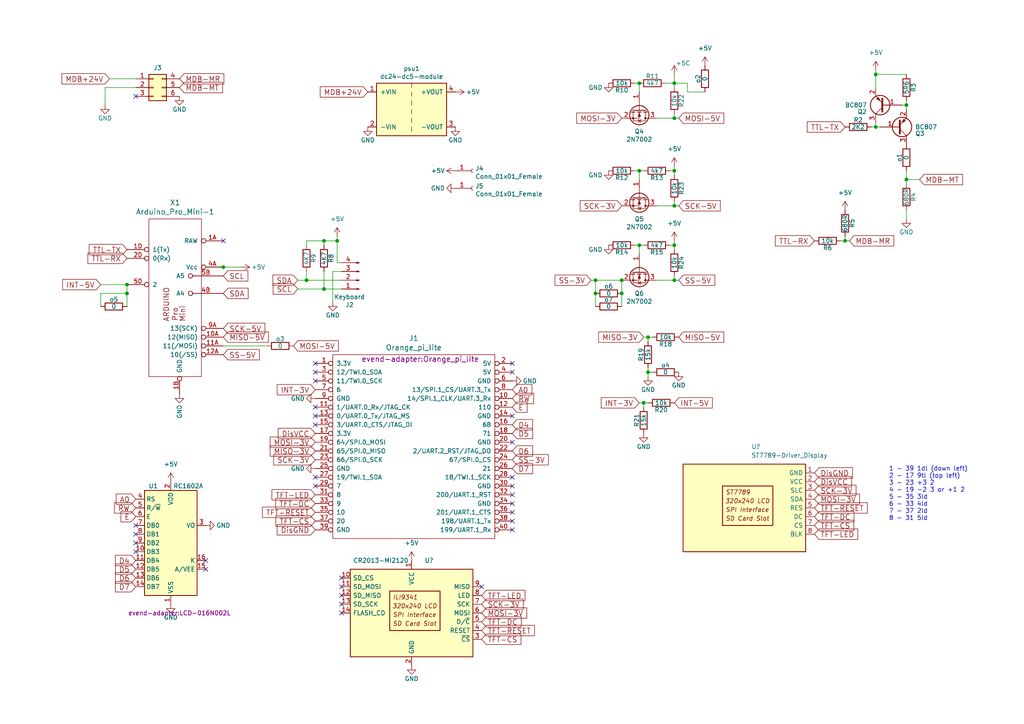
<source format=kicad_sch>
(kicad_sch (version 20211123) (generator eeschema)

  (uuid fecc2f1d-2a30-49cb-9d53-1f0abd6f05ff)

  (paper "A4")

  (lib_symbols
    (symbol "Connector:Conn_01x04_Male" (pin_names (offset 1.016) hide) (in_bom yes) (on_board yes)
      (property "Reference" "J" (id 0) (at 0 5.08 0)
        (effects (font (size 1.27 1.27)))
      )
      (property "Value" "Conn_01x04_Male" (id 1) (at 0 -7.62 0)
        (effects (font (size 1.27 1.27)))
      )
      (property "Footprint" "" (id 2) (at 0 0 0)
        (effects (font (size 1.27 1.27)) hide)
      )
      (property "Datasheet" "~" (id 3) (at 0 0 0)
        (effects (font (size 1.27 1.27)) hide)
      )
      (property "ki_keywords" "connector" (id 4) (at 0 0 0)
        (effects (font (size 1.27 1.27)) hide)
      )
      (property "ki_description" "Generic connector, single row, 01x04, script generated (kicad-library-utils/schlib/autogen/connector/)" (id 5) (at 0 0 0)
        (effects (font (size 1.27 1.27)) hide)
      )
      (property "ki_fp_filters" "Connector*:*_1x??_*" (id 6) (at 0 0 0)
        (effects (font (size 1.27 1.27)) hide)
      )
      (symbol "Conn_01x04_Male_1_1"
        (polyline
          (pts
            (xy 1.27 -5.08)
            (xy 0.8636 -5.08)
          )
          (stroke (width 0.1524) (type default) (color 0 0 0 0))
          (fill (type none))
        )
        (polyline
          (pts
            (xy 1.27 -2.54)
            (xy 0.8636 -2.54)
          )
          (stroke (width 0.1524) (type default) (color 0 0 0 0))
          (fill (type none))
        )
        (polyline
          (pts
            (xy 1.27 0)
            (xy 0.8636 0)
          )
          (stroke (width 0.1524) (type default) (color 0 0 0 0))
          (fill (type none))
        )
        (polyline
          (pts
            (xy 1.27 2.54)
            (xy 0.8636 2.54)
          )
          (stroke (width 0.1524) (type default) (color 0 0 0 0))
          (fill (type none))
        )
        (rectangle (start 0.8636 -4.953) (end 0 -5.207)
          (stroke (width 0.1524) (type default) (color 0 0 0 0))
          (fill (type outline))
        )
        (rectangle (start 0.8636 -2.413) (end 0 -2.667)
          (stroke (width 0.1524) (type default) (color 0 0 0 0))
          (fill (type outline))
        )
        (rectangle (start 0.8636 0.127) (end 0 -0.127)
          (stroke (width 0.1524) (type default) (color 0 0 0 0))
          (fill (type outline))
        )
        (rectangle (start 0.8636 2.667) (end 0 2.413)
          (stroke (width 0.1524) (type default) (color 0 0 0 0))
          (fill (type outline))
        )
        (pin passive line (at 5.08 2.54 180) (length 3.81)
          (name "Pin_1" (effects (font (size 1.27 1.27))))
          (number "1" (effects (font (size 1.27 1.27))))
        )
        (pin passive line (at 5.08 0 180) (length 3.81)
          (name "Pin_2" (effects (font (size 1.27 1.27))))
          (number "2" (effects (font (size 1.27 1.27))))
        )
        (pin passive line (at 5.08 -2.54 180) (length 3.81)
          (name "Pin_3" (effects (font (size 1.27 1.27))))
          (number "3" (effects (font (size 1.27 1.27))))
        )
        (pin passive line (at 5.08 -5.08 180) (length 3.81)
          (name "Pin_4" (effects (font (size 1.27 1.27))))
          (number "4" (effects (font (size 1.27 1.27))))
        )
      )
    )
    (symbol "Connector_Generic:Conn_02x03_Top_Bottom" (pin_names (offset 1.016) hide) (in_bom yes) (on_board yes)
      (property "Reference" "J" (id 0) (at 1.27 5.08 0)
        (effects (font (size 1.27 1.27)))
      )
      (property "Value" "Conn_02x03_Top_Bottom" (id 1) (at 1.27 -5.08 0)
        (effects (font (size 1.27 1.27)))
      )
      (property "Footprint" "" (id 2) (at 0 0 0)
        (effects (font (size 1.27 1.27)) hide)
      )
      (property "Datasheet" "~" (id 3) (at 0 0 0)
        (effects (font (size 1.27 1.27)) hide)
      )
      (property "ki_keywords" "connector" (id 4) (at 0 0 0)
        (effects (font (size 1.27 1.27)) hide)
      )
      (property "ki_description" "Generic connector, double row, 02x03, top/bottom pin numbering scheme (row 1: 1...pins_per_row, row2: pins_per_row+1 ... num_pins), script generated (kicad-library-utils/schlib/autogen/connector/)" (id 5) (at 0 0 0)
        (effects (font (size 1.27 1.27)) hide)
      )
      (property "ki_fp_filters" "Connector*:*_2x??_*" (id 6) (at 0 0 0)
        (effects (font (size 1.27 1.27)) hide)
      )
      (symbol "Conn_02x03_Top_Bottom_1_1"
        (rectangle (start -1.27 -2.413) (end 0 -2.667)
          (stroke (width 0.1524) (type default) (color 0 0 0 0))
          (fill (type none))
        )
        (rectangle (start -1.27 0.127) (end 0 -0.127)
          (stroke (width 0.1524) (type default) (color 0 0 0 0))
          (fill (type none))
        )
        (rectangle (start -1.27 2.667) (end 0 2.413)
          (stroke (width 0.1524) (type default) (color 0 0 0 0))
          (fill (type none))
        )
        (rectangle (start -1.27 3.81) (end 3.81 -3.81)
          (stroke (width 0.254) (type default) (color 0 0 0 0))
          (fill (type background))
        )
        (rectangle (start 3.81 -2.413) (end 2.54 -2.667)
          (stroke (width 0.1524) (type default) (color 0 0 0 0))
          (fill (type none))
        )
        (rectangle (start 3.81 0.127) (end 2.54 -0.127)
          (stroke (width 0.1524) (type default) (color 0 0 0 0))
          (fill (type none))
        )
        (rectangle (start 3.81 2.667) (end 2.54 2.413)
          (stroke (width 0.1524) (type default) (color 0 0 0 0))
          (fill (type none))
        )
        (pin passive line (at -5.08 2.54 0) (length 3.81)
          (name "Pin_1" (effects (font (size 1.27 1.27))))
          (number "1" (effects (font (size 1.27 1.27))))
        )
        (pin passive line (at -5.08 0 0) (length 3.81)
          (name "Pin_2" (effects (font (size 1.27 1.27))))
          (number "2" (effects (font (size 1.27 1.27))))
        )
        (pin passive line (at -5.08 -2.54 0) (length 3.81)
          (name "Pin_3" (effects (font (size 1.27 1.27))))
          (number "3" (effects (font (size 1.27 1.27))))
        )
        (pin passive line (at 7.62 2.54 180) (length 3.81)
          (name "Pin_4" (effects (font (size 1.27 1.27))))
          (number "4" (effects (font (size 1.27 1.27))))
        )
        (pin passive line (at 7.62 0 180) (length 3.81)
          (name "Pin_5" (effects (font (size 1.27 1.27))))
          (number "5" (effects (font (size 1.27 1.27))))
        )
        (pin passive line (at 7.62 -2.54 180) (length 3.81)
          (name "Pin_6" (effects (font (size 1.27 1.27))))
          (number "6" (effects (font (size 1.27 1.27))))
        )
      )
    )
    (symbol "Device:R" (pin_numbers hide) (pin_names (offset 0)) (in_bom yes) (on_board yes)
      (property "Reference" "R" (id 0) (at 2.032 0 90)
        (effects (font (size 1.27 1.27)))
      )
      (property "Value" "R" (id 1) (at 0 0 90)
        (effects (font (size 1.27 1.27)))
      )
      (property "Footprint" "" (id 2) (at -1.778 0 90)
        (effects (font (size 1.27 1.27)) hide)
      )
      (property "Datasheet" "~" (id 3) (at 0 0 0)
        (effects (font (size 1.27 1.27)) hide)
      )
      (property "ki_keywords" "R res resistor" (id 4) (at 0 0 0)
        (effects (font (size 1.27 1.27)) hide)
      )
      (property "ki_description" "Resistor" (id 5) (at 0 0 0)
        (effects (font (size 1.27 1.27)) hide)
      )
      (property "ki_fp_filters" "R_*" (id 6) (at 0 0 0)
        (effects (font (size 1.27 1.27)) hide)
      )
      (symbol "R_0_1"
        (rectangle (start -1.016 -2.54) (end 1.016 2.54)
          (stroke (width 0.254) (type default) (color 0 0 0 0))
          (fill (type none))
        )
      )
      (symbol "R_1_1"
        (pin passive line (at 0 3.81 270) (length 1.27)
          (name "~" (effects (font (size 1.27 1.27))))
          (number "1" (effects (font (size 1.27 1.27))))
        )
        (pin passive line (at 0 -3.81 90) (length 1.27)
          (name "~" (effects (font (size 1.27 1.27))))
          (number "2" (effects (font (size 1.27 1.27))))
        )
      )
    )
    (symbol "Transistor_FET:2N7002" (pin_names hide) (in_bom yes) (on_board yes)
      (property "Reference" "Q" (id 0) (at 5.08 1.905 0)
        (effects (font (size 1.27 1.27)) (justify left))
      )
      (property "Value" "2N7002" (id 1) (at 5.08 0 0)
        (effects (font (size 1.27 1.27)) (justify left))
      )
      (property "Footprint" "Package_TO_SOT_SMD:SOT-23" (id 2) (at 5.08 -1.905 0)
        (effects (font (size 1.27 1.27) italic) (justify left) hide)
      )
      (property "Datasheet" "https://www.onsemi.com/pub/Collateral/NDS7002A-D.PDF" (id 3) (at 0 0 0)
        (effects (font (size 1.27 1.27)) (justify left) hide)
      )
      (property "ki_keywords" "N-Channel Switching MOSFET" (id 4) (at 0 0 0)
        (effects (font (size 1.27 1.27)) hide)
      )
      (property "ki_description" "0.115A Id, 60V Vds, N-Channel MOSFET, SOT-23" (id 5) (at 0 0 0)
        (effects (font (size 1.27 1.27)) hide)
      )
      (property "ki_fp_filters" "SOT?23*" (id 6) (at 0 0 0)
        (effects (font (size 1.27 1.27)) hide)
      )
      (symbol "2N7002_0_1"
        (polyline
          (pts
            (xy 0.254 0)
            (xy -2.54 0)
          )
          (stroke (width 0) (type default) (color 0 0 0 0))
          (fill (type none))
        )
        (polyline
          (pts
            (xy 0.254 1.905)
            (xy 0.254 -1.905)
          )
          (stroke (width 0.254) (type default) (color 0 0 0 0))
          (fill (type none))
        )
        (polyline
          (pts
            (xy 0.762 -1.27)
            (xy 0.762 -2.286)
          )
          (stroke (width 0.254) (type default) (color 0 0 0 0))
          (fill (type none))
        )
        (polyline
          (pts
            (xy 0.762 0.508)
            (xy 0.762 -0.508)
          )
          (stroke (width 0.254) (type default) (color 0 0 0 0))
          (fill (type none))
        )
        (polyline
          (pts
            (xy 0.762 2.286)
            (xy 0.762 1.27)
          )
          (stroke (width 0.254) (type default) (color 0 0 0 0))
          (fill (type none))
        )
        (polyline
          (pts
            (xy 2.54 2.54)
            (xy 2.54 1.778)
          )
          (stroke (width 0) (type default) (color 0 0 0 0))
          (fill (type none))
        )
        (polyline
          (pts
            (xy 2.54 -2.54)
            (xy 2.54 0)
            (xy 0.762 0)
          )
          (stroke (width 0) (type default) (color 0 0 0 0))
          (fill (type none))
        )
        (polyline
          (pts
            (xy 0.762 -1.778)
            (xy 3.302 -1.778)
            (xy 3.302 1.778)
            (xy 0.762 1.778)
          )
          (stroke (width 0) (type default) (color 0 0 0 0))
          (fill (type none))
        )
        (polyline
          (pts
            (xy 1.016 0)
            (xy 2.032 0.381)
            (xy 2.032 -0.381)
            (xy 1.016 0)
          )
          (stroke (width 0) (type default) (color 0 0 0 0))
          (fill (type outline))
        )
        (polyline
          (pts
            (xy 2.794 0.508)
            (xy 2.921 0.381)
            (xy 3.683 0.381)
            (xy 3.81 0.254)
          )
          (stroke (width 0) (type default) (color 0 0 0 0))
          (fill (type none))
        )
        (polyline
          (pts
            (xy 3.302 0.381)
            (xy 2.921 -0.254)
            (xy 3.683 -0.254)
            (xy 3.302 0.381)
          )
          (stroke (width 0) (type default) (color 0 0 0 0))
          (fill (type none))
        )
        (circle (center 1.651 0) (radius 2.794)
          (stroke (width 0.254) (type default) (color 0 0 0 0))
          (fill (type none))
        )
        (circle (center 2.54 -1.778) (radius 0.254)
          (stroke (width 0) (type default) (color 0 0 0 0))
          (fill (type outline))
        )
        (circle (center 2.54 1.778) (radius 0.254)
          (stroke (width 0) (type default) (color 0 0 0 0))
          (fill (type outline))
        )
      )
      (symbol "2N7002_1_1"
        (pin input line (at -5.08 0 0) (length 2.54)
          (name "G" (effects (font (size 1.27 1.27))))
          (number "1" (effects (font (size 1.27 1.27))))
        )
        (pin passive line (at 2.54 -5.08 90) (length 2.54)
          (name "S" (effects (font (size 1.27 1.27))))
          (number "2" (effects (font (size 1.27 1.27))))
        )
        (pin passive line (at 2.54 5.08 270) (length 2.54)
          (name "D" (effects (font (size 1.27 1.27))))
          (number "3" (effects (font (size 1.27 1.27))))
        )
      )
    )
    (symbol "evend-adapter-rescue:Arduino_Pro_Mini-1" (pin_names (offset 1.016)) (in_bom yes) (on_board yes)
      (property "Reference" "X" (id 0) (at 4.699 -24.765 0)
        (effects (font (size 1.524 1.524)))
      )
      (property "Value" "Arduino_Pro_Mini-1" (id 1) (at -16.256 0 90)
        (effects (font (size 1.524 1.524)))
      )
      (property "Footprint" "" (id 2) (at -8.89 -2.54 90)
        (effects (font (size 1.524 1.524)))
      )
      (property "Datasheet" "https://www.arduino.cc/en/Main/ArduinoBoardProMini" (id 3) (at 25.4 -1.27 90)
        (effects (font (size 1.524 1.524)))
      )
      (property "ki_keywords" "Arduino Pro Mini" (id 4) (at 0 0 0)
        (effects (font (size 1.27 1.27)) hide)
      )
      (property "ki_description" "Arduino Pro Mini module" (id 5) (at 0 0 0)
        (effects (font (size 1.27 1.27)) hide)
      )
      (symbol "Arduino_Pro_Mini-1_0_0"
        (text "ARDUINO" (at -2.54 -1.905 900)
          (effects (font (size 1.524 1.524)))
        )
        (text "Mini" (at 2.159 -4.572 900)
          (effects (font (size 1.524 1.524)))
        )
        (text "Pro" (at 0 -4.699 900)
          (effects (font (size 1.524 1.524)))
        )
        (pin power_in inverted (at 1.27 -27.94 90) (length 5.08)
          (name "GND" (effects (font (size 1.27 1.27))))
          (number "1B" (effects (font (size 1.27 1.27))))
        )
      )
      (symbol "Arduino_Pro_Mini-1_0_1"
        (rectangle (start -7.62 22.86) (end 7.62 -22.86)
          (stroke (width 0) (type default) (color 0 0 0 0))
          (fill (type none))
        )
      )
      (symbol "Arduino_Pro_Mini-1_1_1"
        (pin passive inverted (at 13.97 -11.43 180) (length 6.35)
          (name "12(MISO)" (effects (font (size 1.27 1.27))))
          (number "10A" (effects (font (size 1.27 1.27))))
        )
        (pin passive inverted (at 13.97 -13.97 180) (length 6.35)
          (name "11(/MOSI)" (effects (font (size 1.27 1.27))))
          (number "11A" (effects (font (size 1.27 1.27))))
        )
        (pin passive inverted (at 13.97 -16.51 180) (length 6.35)
          (name "10(/SS)" (effects (font (size 1.27 1.27))))
          (number "12A" (effects (font (size 1.27 1.27))))
        )
        (pin power_in inverted (at 13.97 16.51 180) (length 6.35)
          (name "RAW" (effects (font (size 1.27 1.27))))
          (number "1A" (effects (font (size 1.27 1.27))))
        )
        (pin passive inverted (at -13.97 13.97 0) (length 6.35)
          (name "1(Tx)" (effects (font (size 1.27 1.27))))
          (number "1D" (effects (font (size 1.27 1.27))))
        )
        (pin passive inverted (at -13.97 11.43 0) (length 6.35)
          (name "0(Rx)" (effects (font (size 1.27 1.27))))
          (number "2D" (effects (font (size 1.27 1.27))))
        )
        (pin power_out inverted (at 13.97 8.89 180) (length 6.35)
          (name "Vcc" (effects (font (size 1.27 1.27))))
          (number "4A" (effects (font (size 1.27 1.27))))
        )
        (pin passive inverted (at 13.97 1.27 180) (length 10.16)
          (name "A4" (effects (font (size 1.27 1.27))))
          (number "4B" (effects (font (size 1.27 1.27))))
        )
        (pin passive inverted (at 13.97 6.35 180) (length 10.16)
          (name "A5" (effects (font (size 1.27 1.27))))
          (number "5B" (effects (font (size 1.27 1.27))))
        )
        (pin passive inverted (at -13.97 3.81 0) (length 6.35)
          (name "2" (effects (font (size 1.27 1.27))))
          (number "5D" (effects (font (size 1.27 1.27))))
        )
        (pin passive inverted (at 13.97 -8.89 180) (length 6.35)
          (name "13(SCK)" (effects (font (size 1.27 1.27))))
          (number "9A" (effects (font (size 1.27 1.27))))
        )
      )
    )
    (symbol "evend-adapter-rescue:BC807-transistors" (pin_names (offset 0) hide) (in_bom yes) (on_board yes)
      (property "Reference" "Q" (id 0) (at 5.08 1.905 0)
        (effects (font (size 1.27 1.27)) (justify left))
      )
      (property "Value" "BC807-transistors" (id 1) (at 5.08 0 0)
        (effects (font (size 1.27 1.27)) (justify left))
      )
      (property "Footprint" "TO_SOT_Packages_SMD:SOT-23" (id 2) (at 5.08 -1.905 0)
        (effects (font (size 1.27 1.27) italic) (justify left) hide)
      )
      (property "Datasheet" "" (id 3) (at 0 0 0)
        (effects (font (size 1.27 1.27)) (justify left) hide)
      )
      (property "ki_fp_filters" "SOT?23*" (id 4) (at 0 0 0)
        (effects (font (size 1.27 1.27)) hide)
      )
      (symbol "BC807-transistors_0_1"
        (polyline
          (pts
            (xy 0.635 0.635)
            (xy 2.54 2.54)
          )
          (stroke (width 0) (type default) (color 0 0 0 0))
          (fill (type none))
        )
        (polyline
          (pts
            (xy 0.635 -0.635)
            (xy 2.54 -2.54)
            (xy 2.54 -2.54)
          )
          (stroke (width 0) (type default) (color 0 0 0 0))
          (fill (type none))
        )
        (polyline
          (pts
            (xy 0.635 1.905)
            (xy 0.635 -1.905)
            (xy 0.635 -1.905)
          )
          (stroke (width 0.508) (type default) (color 0 0 0 0))
          (fill (type none))
        )
        (polyline
          (pts
            (xy 2.286 -1.778)
            (xy 1.778 -2.286)
            (xy 1.27 -1.27)
            (xy 2.286 -1.778)
            (xy 2.286 -1.778)
          )
          (stroke (width 0) (type default) (color 0 0 0 0))
          (fill (type outline))
        )
        (circle (center 1.27 0) (radius 2.8194)
          (stroke (width 0.254) (type default) (color 0 0 0 0))
          (fill (type none))
        )
      )
      (symbol "BC807-transistors_1_1"
        (pin input line (at -5.08 0 0) (length 5.715)
          (name "B" (effects (font (size 1.27 1.27))))
          (number "1" (effects (font (size 1.27 1.27))))
        )
        (pin passive line (at 2.54 -5.08 90) (length 2.54)
          (name "E" (effects (font (size 1.27 1.27))))
          (number "2" (effects (font (size 1.27 1.27))))
        )
        (pin passive line (at 2.54 5.08 270) (length 2.54)
          (name "C" (effects (font (size 1.27 1.27))))
          (number "3" (effects (font (size 1.27 1.27))))
        )
      )
    )
    (symbol "evend-adapter-rescue:CR2013-MI2120-Driver_Display" (pin_names (offset 0.762)) (in_bom yes) (on_board yes)
      (property "Reference" "U" (id 0) (at -17.526 13.97 0)
        (effects (font (size 1.27 1.27)) (justify left))
      )
      (property "Value" "CR2013-MI2120-Driver_Display" (id 1) (at 1.905 13.97 0)
        (effects (font (size 1.27 1.27)) (justify left))
      )
      (property "Footprint" "Display:CR2013-MI2120" (id 2) (at 0 -17.78 0)
        (effects (font (size 1.27 1.27)) hide)
      )
      (property "Datasheet" "" (id 3) (at -16.51 12.7 0)
        (effects (font (size 1.27 1.27)) hide)
      )
      (property "ki_fp_filters" "*CR2013*MI2120*" (id 4) (at 0 0 0)
        (effects (font (size 1.27 1.27)) hide)
      )
      (symbol "CR2013-MI2120-Driver_Display_0_0"
        (text "320x240 LCD" (at 0.889 2.032 0)
          (effects (font (size 1.27 1.27) italic))
        )
        (text "ILI9341" (at -5.461 4.572 0)
          (effects (font (size 1.27 1.27) italic) (justify left))
        )
        (text "SD Card Slot" (at -5.461 -3.048 0)
          (effects (font (size 1.27 1.27) italic) (justify left))
        )
        (text "SPI Interface" (at -5.461 -0.508 0)
          (effects (font (size 1.27 1.27) italic) (justify left))
        )
      )
      (symbol "CR2013-MI2120-Driver_Display_0_1"
        (rectangle (start -17.78 12.7) (end 17.78 -12.7)
          (stroke (width 0.254) (type default) (color 0 0 0 0))
          (fill (type background))
        )
        (rectangle (start -6.35 6.35) (end 8.255 -5.08)
          (stroke (width 0.254) (type default) (color 0 0 0 0))
          (fill (type none))
        )
      )
      (symbol "CR2013-MI2120-Driver_Display_1_1"
        (pin power_in line (at 0 15.24 270) (length 2.54)
          (name "VCC" (effects (font (size 1.27 1.27))))
          (number "1" (effects (font (size 1.27 1.27))))
        )
        (pin input line (at -20.32 10.16 0) (length 2.54)
          (name "SD_CS" (effects (font (size 1.27 1.27))))
          (number "10" (effects (font (size 1.27 1.27))))
        )
        (pin input line (at -20.32 7.62 0) (length 2.54)
          (name "SD_MOSI" (effects (font (size 1.27 1.27))))
          (number "11" (effects (font (size 1.27 1.27))))
        )
        (pin output line (at -20.32 5.08 0) (length 2.54)
          (name "SD_MISO" (effects (font (size 1.27 1.27))))
          (number "12" (effects (font (size 1.27 1.27))))
        )
        (pin input line (at -20.32 2.54 0) (length 2.54)
          (name "SD_SCK" (effects (font (size 1.27 1.27))))
          (number "13" (effects (font (size 1.27 1.27))))
        )
        (pin input line (at -20.32 0 0) (length 2.54)
          (name "FLASH_CD" (effects (font (size 1.27 1.27))))
          (number "14" (effects (font (size 1.27 1.27))))
        )
        (pin power_in line (at 0 -15.24 90) (length 2.54)
          (name "GND" (effects (font (size 1.27 1.27))))
          (number "2" (effects (font (size 1.27 1.27))))
        )
        (pin input line (at 20.32 -7.62 180) (length 2.54)
          (name "~{CS}" (effects (font (size 1.27 1.27))))
          (number "3" (effects (font (size 1.27 1.27))))
        )
        (pin input line (at 20.32 -5.08 180) (length 2.54)
          (name "RESET" (effects (font (size 1.27 1.27))))
          (number "4" (effects (font (size 1.27 1.27))))
        )
        (pin input line (at 20.32 -2.54 180) (length 2.54)
          (name "D/~{C}" (effects (font (size 1.27 1.27))))
          (number "5" (effects (font (size 1.27 1.27))))
        )
        (pin input line (at 20.32 0 180) (length 2.54)
          (name "MOSI" (effects (font (size 1.27 1.27))))
          (number "6" (effects (font (size 1.27 1.27))))
        )
        (pin input line (at 20.32 2.54 180) (length 2.54)
          (name "SCK" (effects (font (size 1.27 1.27))))
          (number "7" (effects (font (size 1.27 1.27))))
        )
        (pin input line (at 20.32 5.08 180) (length 2.54)
          (name "LED" (effects (font (size 1.27 1.27))))
          (number "8" (effects (font (size 1.27 1.27))))
        )
        (pin output line (at 20.32 7.62 180) (length 2.54)
          (name "MISO" (effects (font (size 1.27 1.27))))
          (number "9" (effects (font (size 1.27 1.27))))
        )
      )
    )
    (symbol "evend-adapter-rescue:Conn_01x01_Female" (pin_names (offset 1.016) hide) (in_bom yes) (on_board yes)
      (property "Reference" "J" (id 0) (at 0 2.54 0)
        (effects (font (size 1.27 1.27)))
      )
      (property "Value" "Conn_01x01_Female" (id 1) (at 0 -2.54 0)
        (effects (font (size 1.27 1.27)))
      )
      (property "Footprint" "Connectors:1pin" (id 2) (at 0 0 0)
        (effects (font (size 1.27 1.27)) hide)
      )
      (property "Datasheet" "~" (id 3) (at 0 0 0)
        (effects (font (size 1.27 1.27)) hide)
      )
      (property "ki_keywords" "connector" (id 4) (at 0 0 0)
        (effects (font (size 1.27 1.27)) hide)
      )
      (property "ki_description" "Generic connector, single row, 01x01, script generated (kicad-library-utils/schlib/autogen/connector/)" (id 5) (at 0 0 0)
        (effects (font (size 1.27 1.27)) hide)
      )
      (property "ki_fp_filters" "Connector*:*" (id 6) (at 0 0 0)
        (effects (font (size 1.27 1.27)) hide)
      )
      (symbol "Conn_01x01_Female_1_1"
        (polyline
          (pts
            (xy -1.27 0)
            (xy -0.508 0)
          )
          (stroke (width 0.1524) (type default) (color 0 0 0 0))
          (fill (type none))
        )
        (arc (start 0 0.508) (mid -0.508 0) (end 0 -0.508)
          (stroke (width 0.1524) (type default) (color 0 0 0 0))
          (fill (type none))
        )
        (pin passive line (at -5.08 0 0) (length 3.81)
          (name "Pin_1" (effects (font (size 1.27 1.27))))
          (number "1" (effects (font (size 1.27 1.27))))
        )
      )
    )
    (symbol "evend-adapter-rescue:Orange_pi_lite" (pin_names (offset 1.016)) (in_bom yes) (on_board yes)
      (property "Reference" "J" (id 0) (at 24.13 6.35 0)
        (effects (font (size 1.524 1.524)))
      )
      (property "Value" "Orange_pi_lite" (id 1) (at 24.13 3.81 0)
        (effects (font (size 1.524 1.524)))
      )
      (property "Footprint" "" (id 2) (at 0 0 0)
        (effects (font (size 1.524 1.524)))
      )
      (property "Datasheet" "" (id 3) (at 0 0 0)
        (effects (font (size 1.524 1.524)))
      )
      (property "ki_keywords" "Orange PI Lite" (id 4) (at 0 0 0)
        (effects (font (size 1.27 1.27)) hide)
      )
      (property "ki_description" "Orange PI Lite" (id 5) (at 0 0 0)
        (effects (font (size 1.27 1.27)) hide)
      )
      (symbol "Orange_pi_lite_0_1"
        (rectangle (start 0 2.54) (end 46.99 -50.8)
          (stroke (width 0) (type default) (color 0 0 0 0))
          (fill (type none))
        )
      )
      (symbol "Orange_pi_lite_1_1"
        (pin power_in inverted (at -5.08 0 0) (length 5.08)
          (name "3.3V" (effects (font (size 1.27 1.27))))
          (number "1" (effects (font (size 1.27 1.27))))
        )
        (pin bidirectional inverted (at 52.07 -10.16 180) (length 5.08)
          (name "14/SPI.1_CLK/UART.3_Rx" (effects (font (size 1.27 1.27))))
          (number "10" (effects (font (size 1.27 1.27))))
        )
        (pin bidirectional inverted (at -5.08 -12.7 0) (length 5.08)
          (name "1/UART.0_Rx/JTAG_CK" (effects (font (size 1.27 1.27))))
          (number "11" (effects (font (size 1.27 1.27))))
        )
        (pin bidirectional inverted (at 52.07 -12.7 180) (length 5.08)
          (name "110" (effects (font (size 1.27 1.27))))
          (number "12" (effects (font (size 1.27 1.27))))
        )
        (pin bidirectional inverted (at -5.08 -15.24 0) (length 5.08)
          (name "0/UART.0_Tx/JTAG_MS" (effects (font (size 1.27 1.27))))
          (number "13" (effects (font (size 1.27 1.27))))
        )
        (pin power_in inverted (at 52.07 -15.24 180) (length 5.08)
          (name "GND" (effects (font (size 1.27 1.27))))
          (number "14" (effects (font (size 1.27 1.27))))
        )
        (pin bidirectional inverted (at -5.08 -17.78 0) (length 5.08)
          (name "3/UART.0_CTS/JTAG_DI" (effects (font (size 1.27 1.27))))
          (number "15" (effects (font (size 1.27 1.27))))
        )
        (pin bidirectional inverted (at 52.07 -17.78 180) (length 5.08)
          (name "68" (effects (font (size 1.27 1.27))))
          (number "16" (effects (font (size 1.27 1.27))))
        )
        (pin power_in inverted (at -5.08 -20.32 0) (length 5.08)
          (name "3.3V" (effects (font (size 1.27 1.27))))
          (number "17" (effects (font (size 1.27 1.27))))
        )
        (pin bidirectional inverted (at 52.07 -20.32 180) (length 5.08)
          (name "71" (effects (font (size 1.27 1.27))))
          (number "18" (effects (font (size 1.27 1.27))))
        )
        (pin bidirectional inverted (at -5.08 -22.86 0) (length 5.08)
          (name "64/SPI.0_MOSI" (effects (font (size 1.27 1.27))))
          (number "19" (effects (font (size 1.27 1.27))))
        )
        (pin power_in inverted (at 52.07 0 180) (length 5.08)
          (name "5V" (effects (font (size 1.27 1.27))))
          (number "2" (effects (font (size 1.27 1.27))))
        )
        (pin power_in inverted (at 52.07 -22.86 180) (length 5.08)
          (name "GND" (effects (font (size 1.27 1.27))))
          (number "20" (effects (font (size 1.27 1.27))))
        )
        (pin bidirectional inverted (at -5.08 -25.4 0) (length 5.08)
          (name "65/SPI.0_MISO" (effects (font (size 1.27 1.27))))
          (number "21" (effects (font (size 1.27 1.27))))
        )
        (pin bidirectional inverted (at 52.07 -25.4 180) (length 5.08)
          (name "2/UART.2_RST/JTAG_DO" (effects (font (size 1.27 1.27))))
          (number "22" (effects (font (size 1.27 1.27))))
        )
        (pin bidirectional inverted (at -5.08 -27.94 0) (length 5.08)
          (name "66/SPI.0_SCK" (effects (font (size 1.27 1.27))))
          (number "23" (effects (font (size 1.27 1.27))))
        )
        (pin bidirectional inverted (at 52.07 -27.94 180) (length 5.08)
          (name "67/SPI.0_CS" (effects (font (size 1.27 1.27))))
          (number "24" (effects (font (size 1.27 1.27))))
        )
        (pin power_in inverted (at -5.08 -30.48 0) (length 5.08)
          (name "GND" (effects (font (size 1.27 1.27))))
          (number "25" (effects (font (size 1.27 1.27))))
        )
        (pin bidirectional inverted (at 52.07 -30.48 180) (length 5.08)
          (name "21" (effects (font (size 1.27 1.27))))
          (number "26" (effects (font (size 1.27 1.27))))
        )
        (pin bidirectional inverted (at -5.08 -33.02 0) (length 5.08)
          (name "19/TWI.1_SDA" (effects (font (size 1.27 1.27))))
          (number "27" (effects (font (size 1.27 1.27))))
        )
        (pin bidirectional inverted (at 52.07 -33.02 180) (length 5.08)
          (name "18/TWI.1_SCK" (effects (font (size 1.27 1.27))))
          (number "28" (effects (font (size 1.27 1.27))))
        )
        (pin bidirectional inverted (at -5.08 -35.56 0) (length 5.08)
          (name "7" (effects (font (size 1.27 1.27))))
          (number "29" (effects (font (size 1.27 1.27))))
        )
        (pin bidirectional inverted (at -5.08 -2.54 0) (length 5.08)
          (name "12/TWI.0_SDA" (effects (font (size 1.27 1.27))))
          (number "3" (effects (font (size 1.27 1.27))))
        )
        (pin power_in inverted (at 52.07 -35.56 180) (length 5.08)
          (name "GND" (effects (font (size 1.27 1.27))))
          (number "30" (effects (font (size 1.27 1.27))))
        )
        (pin bidirectional inverted (at -5.08 -38.1 0) (length 5.08)
          (name "8" (effects (font (size 1.27 1.27))))
          (number "31" (effects (font (size 1.27 1.27))))
        )
        (pin bidirectional inverted (at 52.07 -38.1 180) (length 5.08)
          (name "200/UART.1_RST" (effects (font (size 1.27 1.27))))
          (number "32" (effects (font (size 1.27 1.27))))
        )
        (pin bidirectional inverted (at -5.08 -40.64 0) (length 5.08)
          (name "9" (effects (font (size 1.27 1.27))))
          (number "33" (effects (font (size 1.27 1.27))))
        )
        (pin power_in inverted (at 52.07 -40.64 180) (length 5.08)
          (name "GND" (effects (font (size 1.27 1.27))))
          (number "34" (effects (font (size 1.27 1.27))))
        )
        (pin bidirectional inverted (at -5.08 -43.18 0) (length 5.08)
          (name "10" (effects (font (size 1.27 1.27))))
          (number "35" (effects (font (size 1.27 1.27))))
        )
        (pin bidirectional inverted (at 52.07 -43.18 180) (length 5.08)
          (name "201/UART.1_CTS" (effects (font (size 1.27 1.27))))
          (number "36" (effects (font (size 1.27 1.27))))
        )
        (pin bidirectional inverted (at -5.08 -45.72 0) (length 5.08)
          (name "20" (effects (font (size 1.27 1.27))))
          (number "37" (effects (font (size 1.27 1.27))))
        )
        (pin bidirectional inverted (at 52.07 -45.72 180) (length 5.08)
          (name "198/UART.1_Tx" (effects (font (size 1.27 1.27))))
          (number "38" (effects (font (size 1.27 1.27))))
        )
        (pin power_in inverted (at -5.08 -48.26 0) (length 5.08)
          (name "GND" (effects (font (size 1.27 1.27))))
          (number "39" (effects (font (size 1.27 1.27))))
        )
        (pin power_in inverted (at 52.07 -2.54 180) (length 5.08)
          (name "5V" (effects (font (size 1.27 1.27))))
          (number "4" (effects (font (size 1.27 1.27))))
        )
        (pin bidirectional inverted (at 52.07 -48.26 180) (length 5.08)
          (name "199/UART.1_Rx" (effects (font (size 1.27 1.27))))
          (number "40" (effects (font (size 1.27 1.27))))
        )
        (pin bidirectional inverted (at -5.08 -5.08 0) (length 5.08)
          (name "11/TWI.0_SCK" (effects (font (size 1.27 1.27))))
          (number "5" (effects (font (size 1.27 1.27))))
        )
        (pin power_in inverted (at 52.07 -5.08 180) (length 5.08)
          (name "GND" (effects (font (size 1.27 1.27))))
          (number "6" (effects (font (size 1.27 1.27))))
        )
        (pin bidirectional inverted (at -5.08 -7.62 0) (length 5.08)
          (name "6" (effects (font (size 1.27 1.27))))
          (number "7" (effects (font (size 1.27 1.27))))
        )
        (pin bidirectional inverted (at 52.07 -7.62 180) (length 5.08)
          (name "13/SPI.1_CS/UART.3_Tx" (effects (font (size 1.27 1.27))))
          (number "8" (effects (font (size 1.27 1.27))))
        )
        (pin power_in inverted (at -5.08 -10.16 0) (length 5.08)
          (name "GND" (effects (font (size 1.27 1.27))))
          (number "9" (effects (font (size 1.27 1.27))))
        )
      )
    )
    (symbol "evend-adapter-rescue:RC1602A-Display_Character" (in_bom yes) (on_board yes)
      (property "Reference" "U" (id 0) (at -6.35 16.51 0)
        (effects (font (size 1.27 1.27)))
      )
      (property "Value" "RC1602A-Display_Character" (id 1) (at 2.794 16.51 0)
        (effects (font (size 1.27 1.27)) (justify left))
      )
      (property "Footprint" "Display:RC1602A" (id 2) (at 2.54 -20.32 0)
        (effects (font (size 1.27 1.27)) hide)
      )
      (property "Datasheet" "" (id 3) (at 2.54 -2.54 0)
        (effects (font (size 1.27 1.27)) hide)
      )
      (property "ki_fp_filters" "*RC1602A*" (id 4) (at 0 0 0)
        (effects (font (size 1.27 1.27)) hide)
      )
      (symbol "RC1602A-Display_Character_0_1"
        (rectangle (start -7.62 15.24) (end 7.62 -15.24)
          (stroke (width 0.254) (type default) (color 0 0 0 0))
          (fill (type background))
        )
      )
      (symbol "RC1602A-Display_Character_1_1"
        (pin power_in line (at 0 -17.78 90) (length 2.54)
          (name "VSS" (effects (font (size 1.27 1.27))))
          (number "1" (effects (font (size 1.27 1.27))))
        )
        (pin bidirectional line (at -10.16 -2.54 0) (length 2.54)
          (name "DB3" (effects (font (size 1.27 1.27))))
          (number "10" (effects (font (size 1.27 1.27))))
        )
        (pin bidirectional line (at -10.16 -5.08 0) (length 2.54)
          (name "DB4" (effects (font (size 1.27 1.27))))
          (number "11" (effects (font (size 1.27 1.27))))
        )
        (pin bidirectional line (at -10.16 -7.62 0) (length 2.54)
          (name "DB5" (effects (font (size 1.27 1.27))))
          (number "12" (effects (font (size 1.27 1.27))))
        )
        (pin bidirectional line (at -10.16 -10.16 0) (length 2.54)
          (name "DB6" (effects (font (size 1.27 1.27))))
          (number "13" (effects (font (size 1.27 1.27))))
        )
        (pin bidirectional line (at -10.16 -12.7 0) (length 2.54)
          (name "DB7" (effects (font (size 1.27 1.27))))
          (number "14" (effects (font (size 1.27 1.27))))
        )
        (pin power_in line (at 10.16 -7.62 180) (length 2.54)
          (name "A/VEE" (effects (font (size 1.27 1.27))))
          (number "15" (effects (font (size 1.27 1.27))))
        )
        (pin power_in line (at 10.16 -5.08 180) (length 2.54)
          (name "K" (effects (font (size 1.27 1.27))))
          (number "16" (effects (font (size 1.27 1.27))))
        )
        (pin power_in line (at 0 17.78 270) (length 2.54)
          (name "VDD" (effects (font (size 1.27 1.27))))
          (number "2" (effects (font (size 1.27 1.27))))
        )
        (pin power_in line (at 10.16 5.08 180) (length 2.54)
          (name "VO" (effects (font (size 1.27 1.27))))
          (number "3" (effects (font (size 1.27 1.27))))
        )
        (pin input line (at -10.16 12.7 0) (length 2.54)
          (name "RS" (effects (font (size 1.27 1.27))))
          (number "4" (effects (font (size 1.27 1.27))))
        )
        (pin input line (at -10.16 10.16 0) (length 2.54)
          (name "R/~{W}" (effects (font (size 1.27 1.27))))
          (number "5" (effects (font (size 1.27 1.27))))
        )
        (pin input line (at -10.16 7.62 0) (length 2.54)
          (name "E" (effects (font (size 1.27 1.27))))
          (number "6" (effects (font (size 1.27 1.27))))
        )
        (pin bidirectional line (at -10.16 5.08 0) (length 2.54)
          (name "DB0" (effects (font (size 1.27 1.27))))
          (number "7" (effects (font (size 1.27 1.27))))
        )
        (pin bidirectional line (at -10.16 2.54 0) (length 2.54)
          (name "DB1" (effects (font (size 1.27 1.27))))
          (number "8" (effects (font (size 1.27 1.27))))
        )
        (pin bidirectional line (at -10.16 0 0) (length 2.54)
          (name "DB2" (effects (font (size 1.27 1.27))))
          (number "9" (effects (font (size 1.27 1.27))))
        )
      )
    )
    (symbol "evend-adapter-rescue:dc24-dc5-module" (pin_names (offset 1.016)) (in_bom yes) (on_board yes)
      (property "Reference" "psu" (id 0) (at 0 10.16 0)
        (effects (font (size 1.27 1.27)))
      )
      (property "Value" "dc24-dc5-module" (id 1) (at 1.27 -10.16 0)
        (effects (font (size 1.27 1.27)))
      )
      (property "Footprint" "" (id 2) (at 0 10.16 0)
        (effects (font (size 1.27 1.27)) hide)
      )
      (property "Datasheet" "" (id 3) (at 0 10.16 0)
        (effects (font (size 1.27 1.27)) hide)
      )
      (symbol "dc24-dc5-module_1_1"
        (rectangle (start -10.16 7.62) (end 10.16 -7.62)
          (stroke (width 0.254) (type default) (color 0 0 0 0))
          (fill (type background))
        )
        (polyline
          (pts
            (xy 0 -5.08)
            (xy 0 -6.35)
          )
          (stroke (width 0) (type default) (color 0 0 0 0))
          (fill (type none))
        )
        (polyline
          (pts
            (xy 0 -2.54)
            (xy 0 -3.81)
          )
          (stroke (width 0) (type default) (color 0 0 0 0))
          (fill (type none))
        )
        (polyline
          (pts
            (xy 0 0)
            (xy 0 -1.27)
          )
          (stroke (width 0) (type default) (color 0 0 0 0))
          (fill (type none))
        )
        (polyline
          (pts
            (xy 0 2.54)
            (xy 0 1.27)
          )
          (stroke (width 0) (type default) (color 0 0 0 0))
          (fill (type none))
        )
        (polyline
          (pts
            (xy 0 5.08)
            (xy 0 3.81)
          )
          (stroke (width 0) (type default) (color 0 0 0 0))
          (fill (type none))
        )
        (polyline
          (pts
            (xy 0 7.62)
            (xy 0 6.35)
          )
          (stroke (width 0) (type default) (color 0 0 0 0))
          (fill (type none))
        )
        (pin passive line (at -12.7 5.08 0) (length 2.54)
          (name "+VIN" (effects (font (size 1.27 1.27))))
          (number "1" (effects (font (size 1.27 1.27))))
        )
        (pin power_in line (at -12.7 -5.08 0) (length 2.54)
          (name "-VIN" (effects (font (size 1.27 1.27))))
          (number "2" (effects (font (size 1.27 1.27))))
        )
        (pin power_out line (at 12.7 -5.08 180) (length 2.54)
          (name "-VOUT" (effects (font (size 1.27 1.27))))
          (number "3" (effects (font (size 1.27 1.27))))
        )
        (pin power_out line (at 12.7 5.08 180) (length 2.54)
          (name "+VOUT" (effects (font (size 1.27 1.27))))
          (number "4" (effects (font (size 1.27 1.27))))
        )
      )
    )
    (symbol "power:+5C" (power) (pin_names (offset 0)) (in_bom yes) (on_board yes)
      (property "Reference" "#PWR" (id 0) (at 0 -3.81 0)
        (effects (font (size 1.27 1.27)) hide)
      )
      (property "Value" "+5C" (id 1) (at 0 3.556 0)
        (effects (font (size 1.27 1.27)))
      )
      (property "Footprint" "" (id 2) (at 0 0 0)
        (effects (font (size 1.27 1.27)) hide)
      )
      (property "Datasheet" "" (id 3) (at 0 0 0)
        (effects (font (size 1.27 1.27)) hide)
      )
      (property "ki_keywords" "power-flag" (id 4) (at 0 0 0)
        (effects (font (size 1.27 1.27)) hide)
      )
      (property "ki_description" "Power symbol creates a global label with name \"+5C\"" (id 5) (at 0 0 0)
        (effects (font (size 1.27 1.27)) hide)
      )
      (symbol "+5C_0_1"
        (polyline
          (pts
            (xy -0.762 1.27)
            (xy 0 2.54)
          )
          (stroke (width 0) (type default) (color 0 0 0 0))
          (fill (type none))
        )
        (polyline
          (pts
            (xy 0 0)
            (xy 0 2.54)
          )
          (stroke (width 0) (type default) (color 0 0 0 0))
          (fill (type none))
        )
        (polyline
          (pts
            (xy 0 2.54)
            (xy 0.762 1.27)
          )
          (stroke (width 0) (type default) (color 0 0 0 0))
          (fill (type none))
        )
      )
      (symbol "+5C_1_1"
        (pin power_in line (at 0 0 90) (length 0) hide
          (name "+5C" (effects (font (size 1.27 1.27))))
          (number "1" (effects (font (size 1.27 1.27))))
        )
      )
    )
    (symbol "power:+5V" (power) (pin_names (offset 0)) (in_bom yes) (on_board yes)
      (property "Reference" "#PWR" (id 0) (at 0 -3.81 0)
        (effects (font (size 1.27 1.27)) hide)
      )
      (property "Value" "+5V" (id 1) (at 0 3.556 0)
        (effects (font (size 1.27 1.27)))
      )
      (property "Footprint" "" (id 2) (at 0 0 0)
        (effects (font (size 1.27 1.27)) hide)
      )
      (property "Datasheet" "" (id 3) (at 0 0 0)
        (effects (font (size 1.27 1.27)) hide)
      )
      (property "ki_keywords" "power-flag" (id 4) (at 0 0 0)
        (effects (font (size 1.27 1.27)) hide)
      )
      (property "ki_description" "Power symbol creates a global label with name \"+5V\"" (id 5) (at 0 0 0)
        (effects (font (size 1.27 1.27)) hide)
      )
      (symbol "+5V_0_1"
        (polyline
          (pts
            (xy -0.762 1.27)
            (xy 0 2.54)
          )
          (stroke (width 0) (type default) (color 0 0 0 0))
          (fill (type none))
        )
        (polyline
          (pts
            (xy 0 0)
            (xy 0 2.54)
          )
          (stroke (width 0) (type default) (color 0 0 0 0))
          (fill (type none))
        )
        (polyline
          (pts
            (xy 0 2.54)
            (xy 0.762 1.27)
          )
          (stroke (width 0) (type default) (color 0 0 0 0))
          (fill (type none))
        )
      )
      (symbol "+5V_1_1"
        (pin power_in line (at 0 0 90) (length 0) hide
          (name "+5V" (effects (font (size 1.27 1.27))))
          (number "1" (effects (font (size 1.27 1.27))))
        )
      )
    )
    (symbol "power:GND" (power) (pin_names (offset 0)) (in_bom yes) (on_board yes)
      (property "Reference" "#PWR" (id 0) (at 0 -6.35 0)
        (effects (font (size 1.27 1.27)) hide)
      )
      (property "Value" "GND" (id 1) (at 0 -3.81 0)
        (effects (font (size 1.27 1.27)))
      )
      (property "Footprint" "" (id 2) (at 0 0 0)
        (effects (font (size 1.27 1.27)) hide)
      )
      (property "Datasheet" "" (id 3) (at 0 0 0)
        (effects (font (size 1.27 1.27)) hide)
      )
      (property "ki_keywords" "power-flag" (id 4) (at 0 0 0)
        (effects (font (size 1.27 1.27)) hide)
      )
      (property "ki_description" "Power symbol creates a global label with name \"GND\" , ground" (id 5) (at 0 0 0)
        (effects (font (size 1.27 1.27)) hide)
      )
      (symbol "GND_0_1"
        (polyline
          (pts
            (xy 0 0)
            (xy 0 -1.27)
            (xy 1.27 -1.27)
            (xy 0 -2.54)
            (xy -1.27 -1.27)
            (xy 0 -1.27)
          )
          (stroke (width 0) (type default) (color 0 0 0 0))
          (fill (type none))
        )
      )
      (symbol "GND_1_1"
        (pin power_in line (at 0 0 270) (length 0) hide
          (name "GND" (effects (font (size 1.27 1.27))))
          (number "1" (effects (font (size 1.27 1.27))))
        )
      )
    )
    (symbol "st7789-driver_display:CR2013-MI2120-Driver_Display" (pin_names (offset 0.762)) (in_bom yes) (on_board yes)
      (property "Reference" "U?" (id 0) (at 2.0194 17.78 0)
        (effects (font (size 1.27 1.27)) (justify left))
      )
      (property "Value" "ST7789-Driver_Display" (id 1) (at 2.0194 15.24 0)
        (effects (font (size 1.27 1.27)) (justify left))
      )
      (property "Footprint" "Display:ST7789" (id 2) (at 0 -17.78 0)
        (effects (font (size 1.27 1.27)) hide)
      )
      (property "Datasheet" "http://" (id 3) (at -11.43 15.24 0)
        (effects (font (size 1.27 1.27)) hide)
      )
      (property "ki_fp_filters" "*CR2013*MI2120*" (id 4) (at 0 0 0)
        (effects (font (size 1.27 1.27)) hide)
      )
      (symbol "CR2013-MI2120-Driver_Display_0_0"
        (text "320x240 LCD" (at 0.889 2.032 0)
          (effects (font (size 1.27 1.27) italic))
        )
        (text "SD Card Slot" (at -5.461 -3.048 0)
          (effects (font (size 1.27 1.27) italic) (justify left))
        )
        (text "SPI Interface" (at -5.461 -0.508 0)
          (effects (font (size 1.27 1.27) italic) (justify left))
        )
        (text "ST7789" (at -5.461 4.572 0)
          (effects (font (size 1.27 1.27) italic) (justify left))
        )
      )
      (symbol "CR2013-MI2120-Driver_Display_0_1"
        (rectangle (start -17.78 12.7) (end 17.78 -12.7)
          (stroke (width 0.254) (type default) (color 0 0 0 0))
          (fill (type background))
        )
        (rectangle (start -6.35 6.35) (end 8.255 -5.08)
          (stroke (width 0.254) (type default) (color 0 0 0 0))
          (fill (type none))
        )
      )
      (symbol "CR2013-MI2120-Driver_Display_1_1"
        (pin power_in line (at 20.32 10.16 180) (length 2.54)
          (name "GND" (effects (font (size 1.27 1.27))))
          (number "1" (effects (font (size 1.27 1.27))))
        )
        (pin power_in line (at 20.32 7.62 180) (length 2.54)
          (name "VCC" (effects (font (size 1.27 1.27))))
          (number "2" (effects (font (size 1.27 1.27))))
        )
        (pin input line (at 20.32 5.08 180) (length 2.54)
          (name "SLC" (effects (font (size 1.27 1.27))))
          (number "3" (effects (font (size 1.27 1.27))))
        )
        (pin input line (at 20.32 2.54 180) (length 2.54)
          (name "SDA" (effects (font (size 1.27 1.27))))
          (number "4" (effects (font (size 1.27 1.27))))
        )
        (pin input line (at 20.32 0 180) (length 2.54)
          (name "RES" (effects (font (size 1.27 1.27))))
          (number "5" (effects (font (size 1.27 1.27))))
        )
        (pin input line (at 20.32 -2.54 180) (length 2.54)
          (name "DC" (effects (font (size 1.27 1.27))))
          (number "6" (effects (font (size 1.27 1.27))))
        )
        (pin input line (at 20.32 -5.08 180) (length 2.54)
          (name "CS" (effects (font (size 1.27 1.27))))
          (number "7" (effects (font (size 1.27 1.27))))
        )
        (pin input line (at 20.32 -7.62 180) (length 2.54)
          (name "BLK" (effects (font (size 1.27 1.27))))
          (number "8" (effects (font (size 1.27 1.27))))
        )
      )
    )
  )

  (junction (at 254 36.83) (diameter 0) (color 0 0 0 0)
    (uuid 1708eba3-1ea8-4211-994a-e923dd29c17f)
  )
  (junction (at 36.83 82.55) (diameter 0) (color 0 0 0 0)
    (uuid 1dd66f34-0cab-4702-97cd-c2531a2089e4)
  )
  (junction (at 195.58 81.28) (diameter 0) (color 0 0 0 0)
    (uuid 1f167f2b-17d8-47dc-9946-53637463efeb)
  )
  (junction (at 195.58 59.69) (diameter 0) (color 0 0 0 0)
    (uuid 1fe98249-7252-4aef-9138-d6ac6857226d)
  )
  (junction (at 185.42 24.13) (diameter 0) (color 0 0 0 0)
    (uuid 5a950ad9-56da-4ec3-9791-ae5d775e50ae)
  )
  (junction (at 185.42 49.53) (diameter 0) (color 0 0 0 0)
    (uuid 748d5a71-71d5-4f88-9514-c23654b0ca93)
  )
  (junction (at 195.58 71.12) (diameter 0) (color 0 0 0 0)
    (uuid 82893109-7b0f-4703-87e1-f8367cbf8c25)
  )
  (junction (at 172.72 85.09) (diameter 0) (color 0 0 0 0)
    (uuid 85832198-42cd-47a2-be7a-24ca5b763231)
  )
  (junction (at 195.58 34.29) (diameter 0) (color 0 0 0 0)
    (uuid 8a0defcd-e479-4c43-8081-81f11f181a38)
  )
  (junction (at 245.11 69.85) (diameter 0) (color 0 0 0 0)
    (uuid 908a241c-e635-461e-a7dd-0a44d5d2e813)
  )
  (junction (at 88.9 81.28) (diameter 0) (color 0 0 0 0)
    (uuid 9374ebbf-c83c-499b-9188-0e9c143d1b70)
  )
  (junction (at 97.79 69.85) (diameter 0) (color 0 0 0 0)
    (uuid a1f081a8-8945-41fb-b492-8ef6c728478b)
  )
  (junction (at 186.69 116.84) (diameter 0) (color 0 0 0 0)
    (uuid a1f28adb-8ca3-4dd1-95cd-83943dcd2654)
  )
  (junction (at 180.34 85.09) (diameter 0) (color 0 0 0 0)
    (uuid a8b8fa78-2da0-413f-99ed-d9f2a7ab732c)
  )
  (junction (at 180.34 81.28) (diameter 0) (color 0 0 0 0)
    (uuid a9940410-4423-4e80-8ac9-5771da129e26)
  )
  (junction (at 185.42 71.12) (diameter 0) (color 0 0 0 0)
    (uuid ad02f21a-6679-456e-b220-c55f62a04ec4)
  )
  (junction (at 262.89 52.07) (diameter 0) (color 0 0 0 0)
    (uuid b79fb462-50ad-4be5-8fb1-66de4b5fa30a)
  )
  (junction (at 262.89 30.48) (diameter 0) (color 0 0 0 0)
    (uuid b818eebd-54e1-49c2-aa1d-4296f6da8511)
  )
  (junction (at 187.96 107.95) (diameter 0) (color 0 0 0 0)
    (uuid c02cc4b5-b16c-40a7-800b-92b7681217f7)
  )
  (junction (at 195.58 49.53) (diameter 0) (color 0 0 0 0)
    (uuid cebf5098-f986-4b89-9fab-acbd3fb37f45)
  )
  (junction (at 64.77 77.47) (diameter 0) (color 0 0 0 0)
    (uuid d35ba0d3-9952-42ff-95b1-26d65f77c0fa)
  )
  (junction (at 254 21.59) (diameter 0) (color 0 0 0 0)
    (uuid da0c31c5-39f7-49fa-b093-ef39b1dc714f)
  )
  (junction (at 172.72 81.28) (diameter 0) (color 0 0 0 0)
    (uuid daa29df9-fda9-4c34-a4c6-79c0f9e83778)
  )
  (junction (at 195.58 24.13) (diameter 0) (color 0 0 0 0)
    (uuid e58b456d-0668-4b64-bcde-b1eb6d9cfef9)
  )
  (junction (at 93.98 83.82) (diameter 0) (color 0 0 0 0)
    (uuid ea4bafd8-8b63-4d95-a464-593032e56767)
  )
  (junction (at 93.98 69.85) (diameter 0) (color 0 0 0 0)
    (uuid ee43b23c-bf9f-41e4-bf10-374bdd10f1b7)
  )
  (junction (at 36.83 85.09) (diameter 0) (color 0 0 0 0)
    (uuid fd6e964b-9d06-4bd1-b517-25acf2657135)
  )
  (junction (at 187.96 97.79) (diameter 0) (color 0 0 0 0)
    (uuid ffa68fb8-52bb-4947-ad11-71dda436f42d)
  )

  (no_connect (at 91.44 107.95) (uuid 07dbe813-a0d6-44f5-8edc-3be8026c837f))
  (no_connect (at 59.69 165.1) (uuid 22bcf200-af5f-432f-b421-8a2d857da407))
  (no_connect (at 39.37 160.02) (uuid 289fcbde-9667-4a43-a809-778539d663b2))
  (no_connect (at 39.37 157.48) (uuid 296e1e24-3f6a-4dae-9ff9-78b23bf4b97e))
  (no_connect (at 148.59 120.65) (uuid 34f09ac3-9c83-4a59-8d60-4a22e42052dc))
  (no_connect (at 148.59 138.43) (uuid 38121979-721d-453f-adc0-de4118558174))
  (no_connect (at 91.44 120.65) (uuid 39ba9a9e-fec6-4bab-97fd-e59f6f427c47))
  (no_connect (at 59.69 162.56) (uuid 3c6a5363-f22e-4748-9978-3d129e57d54d))
  (no_connect (at 148.59 107.95) (uuid 3ef3285c-f63b-4ff4-8e9b-5f844c1b48dd))
  (no_connect (at 91.44 123.19) (uuid 40254c8b-463a-4847-8434-54d25781c96c))
  (no_connect (at 99.06 167.64) (uuid 4c6a31c1-c463-41bb-8589-32e665b8c573))
  (no_connect (at 148.59 105.41) (uuid 612909fc-6326-4944-802d-ca589fbc5836))
  (no_connect (at 99.06 172.72) (uuid 660466e2-5334-4fca-bd3f-23f07cadcfed))
  (no_connect (at 91.44 138.43) (uuid 6ad8da60-ba27-4c9f-a5e4-fd61e7878926))
  (no_connect (at 148.59 128.27) (uuid 6c84d6c1-f368-413e-a5f6-1fb886e2d87e))
  (no_connect (at 39.37 154.94) (uuid 6ea680ee-a56e-4e47-95c6-95194de8db86))
  (no_connect (at 91.44 140.97) (uuid 7352f12b-3a7f-4538-ad6f-1c5087c52293))
  (no_connect (at 64.77 69.85) (uuid 7bf6f2f2-d7a7-4659-b9e2-4d69ef9b84bb))
  (no_connect (at 148.59 148.59) (uuid 806e04c7-eebb-4054-8549-2dfa0491c467))
  (no_connect (at 39.37 152.4) (uuid 83d46a74-987a-4cc8-a9fb-ff29ef3d293a))
  (no_connect (at 99.06 175.26) (uuid 880f0c70-ac01-41ea-8613-5ac942b773f9))
  (no_connect (at 148.59 151.13) (uuid 8bce5252-f8f3-4e2f-afc7-22411244e324))
  (no_connect (at 148.59 140.97) (uuid 9f48f795-f7d2-4186-94db-9feaa8efe376))
  (no_connect (at 91.44 105.41) (uuid b2777baf-dd32-47b5-bbe8-3fbdc1ea28b5))
  (no_connect (at 91.44 118.11) (uuid b6032529-f0dd-4628-b79f-c0dac0c313f3))
  (no_connect (at 148.59 146.05) (uuid b779e936-dfd5-486a-9a5d-569eea3d673a))
  (no_connect (at 99.06 177.8) (uuid c4655da4-5bba-408a-9e3b-d21dec72a406))
  (no_connect (at 148.59 143.51) (uuid c9590305-5c3b-4151-a493-e85b3babc0d2))
  (no_connect (at 139.7 170.18) (uuid d06de735-f3c7-44bb-81a2-841896f18ae2))
  (no_connect (at 39.37 27.94) (uuid d3357805-f162-4706-aab0-701cc3ea8e9f))
  (no_connect (at 148.59 153.67) (uuid de13541f-796c-4950-ab90-fb9467a8b0a3))
  (no_connect (at 99.06 170.18) (uuid e069935b-5a49-4fb7-8ab8-3db6fecfe807))
  (no_connect (at 91.44 110.49) (uuid faa5d236-2725-43c1-a942-23c2a8625163))

  (wire (pts (xy 196.85 59.69) (xy 195.58 59.69))
    (stroke (width 0) (type default) (color 0 0 0 0))
    (uuid 010dfc9a-124f-439e-adcc-b16823827f48)
  )
  (wire (pts (xy 184.15 49.53) (xy 185.42 49.53))
    (stroke (width 0) (type default) (color 0 0 0 0))
    (uuid 021b27f4-d440-45e4-9123-18f54601f2f2)
  )
  (wire (pts (xy 29.21 88.9) (xy 29.21 85.09))
    (stroke (width 0) (type default) (color 0 0 0 0))
    (uuid 023770c1-53d9-4e98-bce2-724bf103468d)
  )
  (wire (pts (xy 262.89 52.07) (xy 262.89 53.34))
    (stroke (width 0) (type default) (color 0 0 0 0))
    (uuid 0616814c-96cb-4ae7-9ef6-3664da24b85f)
  )
  (wire (pts (xy 97.79 69.85) (xy 97.79 76.2))
    (stroke (width 0) (type default) (color 0 0 0 0))
    (uuid 09a9854d-0ffa-4477-8eaa-9e2feb6859cc)
  )
  (wire (pts (xy 194.31 49.53) (xy 195.58 49.53))
    (stroke (width 0) (type default) (color 0 0 0 0))
    (uuid 128030e1-96af-4c56-ae60-22300d149281)
  )
  (wire (pts (xy 172.72 88.9) (xy 172.72 85.09))
    (stroke (width 0) (type default) (color 0 0 0 0))
    (uuid 1c5b2809-10b7-40a7-80bd-39ab73602cbc)
  )
  (wire (pts (xy 187.96 106.68) (xy 187.96 107.95))
    (stroke (width 0) (type default) (color 0 0 0 0))
    (uuid 1c7dae1c-0b49-4699-a76b-17b886b58cf5)
  )
  (wire (pts (xy 99.06 81.28) (xy 88.9 81.28))
    (stroke (width 0) (type default) (color 0 0 0 0))
    (uuid 1dedc666-3c97-4e8f-a5ca-633b51545617)
  )
  (wire (pts (xy 185.42 71.12) (xy 186.69 71.12))
    (stroke (width 0) (type default) (color 0 0 0 0))
    (uuid 1eddbd9e-4317-45c0-a7a6-2f34cd1bc303)
  )
  (wire (pts (xy 88.9 78.74) (xy 88.9 81.28))
    (stroke (width 0) (type default) (color 0 0 0 0))
    (uuid 231dcfea-fcd8-4c0f-9316-dc78a35752b2)
  )
  (wire (pts (xy 31.75 22.86) (xy 39.37 22.86))
    (stroke (width 0) (type default) (color 0 0 0 0))
    (uuid 2429ef89-715a-4cf0-86fa-1be42a16f8f1)
  )
  (wire (pts (xy 194.31 71.12) (xy 195.58 71.12))
    (stroke (width 0) (type default) (color 0 0 0 0))
    (uuid 28011906-0059-4649-b0cf-c3bfa74fd29e)
  )
  (wire (pts (xy 193.04 24.13) (xy 195.58 24.13))
    (stroke (width 0) (type default) (color 0 0 0 0))
    (uuid 28d12706-8a76-4de8-a64f-43bdf5a7d773)
  )
  (wire (pts (xy 187.96 97.79) (xy 186.69 97.79))
    (stroke (width 0) (type default) (color 0 0 0 0))
    (uuid 29049588-ccb8-4ee6-a15b-e841ca22f173)
  )
  (wire (pts (xy 195.58 71.12) (xy 195.58 72.39))
    (stroke (width 0) (type default) (color 0 0 0 0))
    (uuid 2e207935-2435-461e-8c97-ec8df0ac094c)
  )
  (wire (pts (xy 187.96 116.84) (xy 186.69 116.84))
    (stroke (width 0) (type default) (color 0 0 0 0))
    (uuid 2f4c4f2c-167d-4f06-8ece-98c35240fae0)
  )
  (wire (pts (xy 254 35.56) (xy 254 36.83))
    (stroke (width 0) (type default) (color 0 0 0 0))
    (uuid 31008275-0c54-487a-9996-284aa1443935)
  )
  (wire (pts (xy 29.21 85.09) (xy 36.83 85.09))
    (stroke (width 0) (type default) (color 0 0 0 0))
    (uuid 335b3b4f-6aa0-4614-81ef-ae4825759f1d)
  )
  (wire (pts (xy 180.34 85.09) (xy 180.34 88.9))
    (stroke (width 0) (type default) (color 0 0 0 0))
    (uuid 347dc8c0-e117-46b4-90d6-6efc00d3f4b2)
  )
  (wire (pts (xy 30.48 25.4) (xy 30.48 30.48))
    (stroke (width 0) (type default) (color 0 0 0 0))
    (uuid 34a35c35-a6e5-4e45-970b-135dfa8d8a57)
  )
  (wire (pts (xy 187.96 99.06) (xy 187.96 97.79))
    (stroke (width 0) (type default) (color 0 0 0 0))
    (uuid 34caf385-9c17-4387-b41d-e28b95484d68)
  )
  (wire (pts (xy 64.77 77.47) (xy 69.85 77.47))
    (stroke (width 0) (type default) (color 0 0 0 0))
    (uuid 3eabb468-1438-4554-9648-244483f25089)
  )
  (wire (pts (xy 195.58 24.13) (xy 195.58 25.4))
    (stroke (width 0) (type default) (color 0 0 0 0))
    (uuid 4155fb2a-55c1-4d1b-909a-31b8c86798c6)
  )
  (wire (pts (xy 195.58 81.28) (xy 190.5 81.28))
    (stroke (width 0) (type default) (color 0 0 0 0))
    (uuid 42fe582f-c9c0-4bed-82be-5f4cfbd8cc76)
  )
  (wire (pts (xy 262.89 30.48) (xy 262.89 31.75))
    (stroke (width 0) (type default) (color 0 0 0 0))
    (uuid 443669e2-1876-42bd-b3d7-4619cd124d6b)
  )
  (wire (pts (xy 261.62 30.48) (xy 262.89 30.48))
    (stroke (width 0) (type default) (color 0 0 0 0))
    (uuid 44629ded-013f-4943-b0a8-c6a3ff1fc25f)
  )
  (wire (pts (xy 195.58 58.42) (xy 195.58 59.69))
    (stroke (width 0) (type default) (color 0 0 0 0))
    (uuid 45ab6ac2-8f0f-4b11-883a-ef346eded406)
  )
  (wire (pts (xy 184.15 71.12) (xy 185.42 71.12))
    (stroke (width 0) (type default) (color 0 0 0 0))
    (uuid 4a705064-c50e-4d4b-b214-b31e3edfab6f)
  )
  (wire (pts (xy 243.84 69.85) (xy 245.11 69.85))
    (stroke (width 0) (type default) (color 0 0 0 0))
    (uuid 4e5f148e-8315-421d-af8b-1fc96089f06b)
  )
  (wire (pts (xy 96.52 78.74) (xy 96.52 87.63))
    (stroke (width 0) (type default) (color 0 0 0 0))
    (uuid 513ccc1c-3158-4564-bf28-2b4ff4219b00)
  )
  (wire (pts (xy 199.39 26.67) (xy 199.39 24.13))
    (stroke (width 0) (type default) (color 0 0 0 0))
    (uuid 527b54be-1bf3-4984-bbc2-af5de958eb31)
  )
  (wire (pts (xy 262.89 29.21) (xy 262.89 30.48))
    (stroke (width 0) (type default) (color 0 0 0 0))
    (uuid 52ca38ec-3434-4ce3-b48d-d0bb68a381a8)
  )
  (wire (pts (xy 99.06 76.2) (xy 97.79 76.2))
    (stroke (width 0) (type default) (color 0 0 0 0))
    (uuid 5375047c-3679-4bbd-89c9-f279a0ceabb5)
  )
  (wire (pts (xy 185.42 52.07) (xy 185.42 49.53))
    (stroke (width 0) (type default) (color 0 0 0 0))
    (uuid 628eb977-9fc9-40ca-ae8b-5e18ddaf0ea4)
  )
  (wire (pts (xy 254 36.83) (xy 252.73 36.83))
    (stroke (width 0) (type default) (color 0 0 0 0))
    (uuid 64587c30-b313-4ace-9207-8c2b66271401)
  )
  (wire (pts (xy 185.42 73.66) (xy 185.42 71.12))
    (stroke (width 0) (type default) (color 0 0 0 0))
    (uuid 6b67b558-e12e-4a08-8294-a2879c4f2c18)
  )
  (wire (pts (xy 36.83 82.55) (xy 29.21 82.55))
    (stroke (width 0) (type default) (color 0 0 0 0))
    (uuid 6b7fdff6-faab-4707-b548-bb8546eec930)
  )
  (wire (pts (xy 254 20.32) (xy 254 21.59))
    (stroke (width 0) (type default) (color 0 0 0 0))
    (uuid 6c3b7e75-b6fc-43ce-b187-4a4d0fe5fb29)
  )
  (wire (pts (xy 196.85 34.29) (xy 195.58 34.29))
    (stroke (width 0) (type default) (color 0 0 0 0))
    (uuid 6f9b49e7-c929-4180-93ab-7b0f8fb606f1)
  )
  (wire (pts (xy 97.79 68.58) (xy 97.79 69.85))
    (stroke (width 0) (type default) (color 0 0 0 0))
    (uuid 745493c3-a5b2-4a2f-b08b-2136f875f874)
  )
  (wire (pts (xy 39.37 25.4) (xy 30.48 25.4))
    (stroke (width 0) (type default) (color 0 0 0 0))
    (uuid 7888681a-8347-43c3-876f-b6d5df20c7d1)
  )
  (wire (pts (xy 93.98 83.82) (xy 99.06 83.82))
    (stroke (width 0) (type default) (color 0 0 0 0))
    (uuid 79d4e95e-a94f-4715-9618-1360800d09eb)
  )
  (wire (pts (xy 184.15 24.13) (xy 185.42 24.13))
    (stroke (width 0) (type default) (color 0 0 0 0))
    (uuid 7cc6ab6c-7aaf-4da5-875e-d85a1498fa4e)
  )
  (wire (pts (xy 199.39 24.13) (xy 195.58 24.13))
    (stroke (width 0) (type default) (color 0 0 0 0))
    (uuid 805c1fe1-037c-4ae1-b66c-ff6f891b408b)
  )
  (wire (pts (xy 180.34 81.28) (xy 180.34 85.09))
    (stroke (width 0) (type default) (color 0 0 0 0))
    (uuid 818c0068-5b3e-41db-9b94-482ff64d9aa8)
  )
  (wire (pts (xy 187.96 107.95) (xy 187.96 109.22))
    (stroke (width 0) (type default) (color 0 0 0 0))
    (uuid 81951e60-b6da-421d-a362-f41996cbcdcf)
  )
  (wire (pts (xy 171.45 81.28) (xy 172.72 81.28))
    (stroke (width 0) (type default) (color 0 0 0 0))
    (uuid 87bdfae6-74fe-413f-a7cd-88ff77f69496)
  )
  (wire (pts (xy 195.58 69.85) (xy 195.58 71.12))
    (stroke (width 0) (type default) (color 0 0 0 0))
    (uuid 8e83f76c-5f7d-4b25-92ae-a6943f7ab36d)
  )
  (wire (pts (xy 186.69 118.11) (xy 186.69 116.84))
    (stroke (width 0) (type default) (color 0 0 0 0))
    (uuid 91e4e16b-a584-4497-bb52-8920798f3354)
  )
  (wire (pts (xy 195.58 21.59) (xy 195.58 24.13))
    (stroke (width 0) (type default) (color 0 0 0 0))
    (uuid 9580f2d0-b10e-4c27-a819-896d1f9eab98)
  )
  (wire (pts (xy 196.85 81.28) (xy 195.58 81.28))
    (stroke (width 0) (type default) (color 0 0 0 0))
    (uuid 95dffcd3-851e-43e0-9a72-40e3569547b8)
  )
  (wire (pts (xy 185.42 26.67) (xy 185.42 24.13))
    (stroke (width 0) (type default) (color 0 0 0 0))
    (uuid 96611bd8-ae1b-4296-aebd-25ef39593bf6)
  )
  (wire (pts (xy 195.58 33.02) (xy 195.58 34.29))
    (stroke (width 0) (type default) (color 0 0 0 0))
    (uuid 98312319-7840-4b7c-9e9f-6661d5e9f163)
  )
  (wire (pts (xy 180.34 81.28) (xy 172.72 81.28))
    (stroke (width 0) (type default) (color 0 0 0 0))
    (uuid 987e0314-1d63-4a96-91c5-40c75dc82d60)
  )
  (wire (pts (xy 195.58 59.69) (xy 190.5 59.69))
    (stroke (width 0) (type default) (color 0 0 0 0))
    (uuid 9bc95130-c460-43d5-a5cd-f0ddba898adb)
  )
  (wire (pts (xy 262.89 49.53) (xy 262.89 52.07))
    (stroke (width 0) (type default) (color 0 0 0 0))
    (uuid 9d8c7c06-8f69-4b0a-a61d-2ed20287d052)
  )
  (wire (pts (xy 189.23 107.95) (xy 187.96 107.95))
    (stroke (width 0) (type default) (color 0 0 0 0))
    (uuid a059395f-411b-4a46-aacc-11b0e50cb5e9)
  )
  (wire (pts (xy 77.47 100.33) (xy 64.77 100.33))
    (stroke (width 0) (type default) (color 0 0 0 0))
    (uuid a26f25fd-70d4-47bc-ac15-0599bf890e99)
  )
  (wire (pts (xy 195.58 48.26) (xy 195.58 49.53))
    (stroke (width 0) (type default) (color 0 0 0 0))
    (uuid ae2d482e-3483-4a23-bd34-cc338ceca209)
  )
  (wire (pts (xy 186.69 116.84) (xy 185.42 116.84))
    (stroke (width 0) (type default) (color 0 0 0 0))
    (uuid b17f3075-2fca-4d07-9320-0921d7012477)
  )
  (wire (pts (xy 88.9 71.12) (xy 88.9 69.85))
    (stroke (width 0) (type default) (color 0 0 0 0))
    (uuid b4163881-cd46-4a33-9188-820497110fad)
  )
  (wire (pts (xy 195.58 34.29) (xy 190.5 34.29))
    (stroke (width 0) (type default) (color 0 0 0 0))
    (uuid b5704b9c-6bf2-401b-a195-2e0ca6ea151b)
  )
  (wire (pts (xy 36.83 88.9) (xy 36.83 85.09))
    (stroke (width 0) (type default) (color 0 0 0 0))
    (uuid b7604be6-889a-420c-ba8a-5721b44bdc78)
  )
  (wire (pts (xy 195.58 49.53) (xy 195.58 50.8))
    (stroke (width 0) (type default) (color 0 0 0 0))
    (uuid ba585925-38a3-4255-97ff-d92158118b7e)
  )
  (wire (pts (xy 262.89 21.59) (xy 254 21.59))
    (stroke (width 0) (type default) (color 0 0 0 0))
    (uuid bec14694-13e4-4859-8121-cb14fc515407)
  )
  (wire (pts (xy 36.83 85.09) (xy 36.83 82.55))
    (stroke (width 0) (type default) (color 0 0 0 0))
    (uuid bf8d72ca-73ab-4cf5-b66f-1b4fa7ff5827)
  )
  (wire (pts (xy 262.89 60.96) (xy 262.89 63.5))
    (stroke (width 0) (type default) (color 0 0 0 0))
    (uuid c19309fa-d8fc-4011-8c54-21d188f514bf)
  )
  (wire (pts (xy 245.11 69.85) (xy 246.38 69.85))
    (stroke (width 0) (type default) (color 0 0 0 0))
    (uuid c1d587b6-6d0f-406b-81f9-a95bdea02bd5)
  )
  (wire (pts (xy 204.47 26.67) (xy 199.39 26.67))
    (stroke (width 0) (type default) (color 0 0 0 0))
    (uuid c841f270-b3be-46e2-aa7d-048857b3e273)
  )
  (wire (pts (xy 93.98 69.85) (xy 97.79 69.85))
    (stroke (width 0) (type default) (color 0 0 0 0))
    (uuid cb19008b-5f59-473c-956a-b411a0bf0a30)
  )
  (wire (pts (xy 59.69 77.47) (xy 64.77 77.47))
    (stroke (width 0) (type default) (color 0 0 0 0))
    (uuid cc4442c5-24f9-4838-a9dd-4d89ee4b4ff4)
  )
  (wire (pts (xy 245.11 68.58) (xy 245.11 69.85))
    (stroke (width 0) (type default) (color 0 0 0 0))
    (uuid d1c4801a-f34d-42ac-b115-1529d8a88655)
  )
  (wire (pts (xy 93.98 78.74) (xy 93.98 83.82))
    (stroke (width 0) (type default) (color 0 0 0 0))
    (uuid d5512b72-0037-4e0c-8b0f-ce0648b3727d)
  )
  (wire (pts (xy 88.9 69.85) (xy 93.98 69.85))
    (stroke (width 0) (type default) (color 0 0 0 0))
    (uuid d9aa1bf3-987c-48d3-a228-409c22250807)
  )
  (wire (pts (xy 262.89 52.07) (xy 266.7 52.07))
    (stroke (width 0) (type default) (color 0 0 0 0))
    (uuid dedde30a-b192-4790-b566-07f5cca2d4ac)
  )
  (wire (pts (xy 255.27 36.83) (xy 254 36.83))
    (stroke (width 0) (type default) (color 0 0 0 0))
    (uuid e15f03e8-d4a3-4221-b26e-e9193d491963)
  )
  (wire (pts (xy 254 21.59) (xy 254 25.4))
    (stroke (width 0) (type default) (color 0 0 0 0))
    (uuid e1b65db9-eac9-4215-9b38-0c35bee32c17)
  )
  (wire (pts (xy 185.42 49.53) (xy 186.69 49.53))
    (stroke (width 0) (type default) (color 0 0 0 0))
    (uuid e2a3750a-fc34-43f3-ad6a-a9ef5cbb3711)
  )
  (wire (pts (xy 86.36 83.82) (xy 93.98 83.82))
    (stroke (width 0) (type default) (color 0 0 0 0))
    (uuid e2be5cc5-adae-4ff1-8226-9b7555b62ab7)
  )
  (wire (pts (xy 93.98 71.12) (xy 93.98 69.85))
    (stroke (width 0) (type default) (color 0 0 0 0))
    (uuid eb284e90-07ea-4a36-9208-fe9eb3c31fca)
  )
  (wire (pts (xy 195.58 80.01) (xy 195.58 81.28))
    (stroke (width 0) (type default) (color 0 0 0 0))
    (uuid eb639d48-4018-4aec-aa2f-a1a13c565f6d)
  )
  (wire (pts (xy 88.9 81.28) (xy 86.36 81.28))
    (stroke (width 0) (type default) (color 0 0 0 0))
    (uuid ebee3290-016c-4ca9-8c94-2973486db3d2)
  )
  (wire (pts (xy 99.06 78.74) (xy 96.52 78.74))
    (stroke (width 0) (type default) (color 0 0 0 0))
    (uuid f0aa4fa8-1af8-4c68-b584-bccddee4ba9b)
  )
  (wire (pts (xy 189.23 97.79) (xy 187.96 97.79))
    (stroke (width 0) (type default) (color 0 0 0 0))
    (uuid f3a57802-8a6d-454a-b956-6e55b6440f47)
  )
  (wire (pts (xy 172.72 85.09) (xy 172.72 81.28))
    (stroke (width 0) (type default) (color 0 0 0 0))
    (uuid ff872882-1ac1-4504-a40d-a87372afea7f)
  )

  (text "1 - 39 1dl (down left)\n2 - 17 9tl (top left)\n3 - 23 +3 2\n4 - 19 -2 3 or +1 2\n5 - 35 3ld\n6 - 33 4ld\n7 - 37 2ld\n8 - 31 5ld"
    (at 257.81 151.13 0)
    (effects (font (size 1.27 1.27)) (justify left bottom))
    (uuid 50804f87-f832-4c63-a5a7-b7f94bf6665d)
  )

  (global_label "MISO-5V" (shape input) (at 64.77 97.79 0) (fields_autoplaced)
    (effects (font (size 1.524 1.524)) (justify left))
    (uuid 0073fa9d-8779-40ca-a1c0-cd66cf1bab47)
    (property "Intersheet References" "${INTERSHEET_REFS}" (id 0) (at 0 0 0)
      (effects (font (size 1.27 1.27)) hide)
    )
  )
  (global_label "MDB-MR" (shape input) (at 246.38 69.85 0) (fields_autoplaced)
    (effects (font (size 1.524 1.524)) (justify left))
    (uuid 03edc0c2-e6ba-4f4d-8cc9-bee7a8eaae68)
    (property "Intersheet References" "${INTERSHEET_REFS}" (id 0) (at 0 0 0)
      (effects (font (size 1.27 1.27)) hide)
    )
  )
  (global_label "A0" (shape input) (at 148.59 113.03 0) (fields_autoplaced)
    (effects (font (size 1.524 1.524)) (justify left))
    (uuid 0f9e7a0a-ae46-4b2d-a998-c9eed4dd3048)
    (property "Intersheet References" "${INTERSHEET_REFS}" (id 0) (at 0 0 0)
      (effects (font (size 1.27 1.27)) hide)
    )
  )
  (global_label "SS-5V" (shape input) (at 196.85 81.28 0) (fields_autoplaced)
    (effects (font (size 1.524 1.524)) (justify left))
    (uuid 13e3452a-4d12-4d77-b42f-8688a90bc62a)
    (property "Intersheet References" "${INTERSHEET_REFS}" (id 0) (at 0 0 0)
      (effects (font (size 1.27 1.27)) hide)
    )
  )
  (global_label "SCL" (shape input) (at 86.36 83.82 180) (fields_autoplaced)
    (effects (font (size 1.524 1.524)) (justify right))
    (uuid 1612cd34-9b80-45ac-823a-96f430049318)
    (property "Intersheet References" "${INTERSHEET_REFS}" (id 0) (at 0 0 0)
      (effects (font (size 1.27 1.27)) hide)
    )
  )
  (global_label "D5" (shape input) (at 39.37 165.1 180) (fields_autoplaced)
    (effects (font (size 1.524 1.524)) (justify right))
    (uuid 21ffe49a-f752-488e-a154-e0869cf964dd)
    (property "Intersheet References" "${INTERSHEET_REFS}" (id 0) (at 0 0 0)
      (effects (font (size 1.27 1.27)) hide)
    )
  )
  (global_label "DisVCC" (shape input) (at 236.22 139.7 0) (fields_autoplaced)
    (effects (font (size 1.524 1.524)) (justify left))
    (uuid 257f88ed-03e0-4048-8b28-eac73d811bc2)
    (property "Intersheet References" "${INTERSHEET_REFS}" (id 0) (at 246.8466 139.7952 0)
      (effects (font (size 1.524 1.524)) (justify left) hide)
    )
  )
  (global_label "TTL-TX" (shape input) (at 245.11 36.83 180) (fields_autoplaced)
    (effects (font (size 1.524 1.524)) (justify right))
    (uuid 25f36781-2a4e-4b64-9928-a2e50b6ebda0)
    (property "Intersheet References" "${INTERSHEET_REFS}" (id 0) (at 0 0 0)
      (effects (font (size 1.27 1.27)) hide)
    )
  )
  (global_label "RW" (shape input) (at 39.37 147.32 180) (fields_autoplaced)
    (effects (font (size 1.524 1.524)) (justify right))
    (uuid 2859910f-496f-4395-9418-a08020f50bc7)
    (property "Intersheet References" "${INTERSHEET_REFS}" (id 0) (at 0 0 0)
      (effects (font (size 1.27 1.27)) hide)
    )
  )
  (global_label "INT-3V" (shape input) (at 185.42 116.84 180) (fields_autoplaced)
    (effects (font (size 1.524 1.524)) (justify right))
    (uuid 2afd84c0-efda-4eae-b120-f073c6073b08)
    (property "Intersheet References" "${INTERSHEET_REFS}" (id 0) (at 0 0 0)
      (effects (font (size 1.27 1.27)) hide)
    )
  )
  (global_label "D4" (shape input) (at 148.59 123.19 0) (fields_autoplaced)
    (effects (font (size 1.524 1.524)) (justify left))
    (uuid 381a1dd2-aee5-44fb-bff4-4f840b4ef0ff)
    (property "Intersheet References" "${INTERSHEET_REFS}" (id 0) (at 0 0 0)
      (effects (font (size 1.27 1.27)) hide)
    )
  )
  (global_label "DisGND" (shape input) (at 236.22 137.16 0) (fields_autoplaced)
    (effects (font (size 1.524 1.524)) (justify left))
    (uuid 397963ea-0085-42d6-a3dc-26339c860103)
    (property "Intersheet References" "${INTERSHEET_REFS}" (id 0) (at 247.1369 137.2552 0)
      (effects (font (size 1.524 1.524)) (justify left) hide)
    )
  )
  (global_label "SS-3V" (shape input) (at 148.59 133.35 0) (fields_autoplaced)
    (effects (font (size 1.524 1.524)) (justify left))
    (uuid 3cf9a83e-165f-4762-8355-8f4700fbac7f)
    (property "Intersheet References" "${INTERSHEET_REFS}" (id 0) (at 0 0 0)
      (effects (font (size 1.27 1.27)) hide)
    )
  )
  (global_label "MDB-MT" (shape input) (at 52.07 25.4 0) (fields_autoplaced)
    (effects (font (size 1.524 1.524)) (justify left))
    (uuid 3e94f172-3199-4707-b30f-25dd6af1dfe6)
    (property "Intersheet References" "${INTERSHEET_REFS}" (id 0) (at 0 0 0)
      (effects (font (size 1.27 1.27)) hide)
    )
  )
  (global_label "TFT-DС" (shape input) (at 236.22 149.86 0) (fields_autoplaced)
    (effects (font (size 1.524 1.524)) (justify left))
    (uuid 45df74e1-0128-487a-aa66-893fdd0c4e27)
    (property "Intersheet References" "${INTERSHEET_REFS}" (id 0) (at 96.52 -30.48 0)
      (effects (font (size 1.27 1.27)) hide)
    )
  )
  (global_label "TTL-RX" (shape input) (at 236.22 69.85 180) (fields_autoplaced)
    (effects (font (size 1.524 1.524)) (justify right))
    (uuid 4e44828c-b473-454a-90c0-310fcbcdc44a)
    (property "Intersheet References" "${INTERSHEET_REFS}" (id 0) (at 0 0 0)
      (effects (font (size 1.27 1.27)) hide)
    )
  )
  (global_label "TFT-CS" (shape input) (at 236.22 152.4 0) (fields_autoplaced)
    (effects (font (size 1.524 1.524)) (justify left))
    (uuid 5023219c-918a-462a-b0b5-dfb1101e7d52)
    (property "Intersheet References" "${INTERSHEET_REFS}" (id 0) (at 96.52 -33.02 0)
      (effects (font (size 1.27 1.27)) hide)
    )
  )
  (global_label "DisVCC" (shape input) (at 91.44 125.73 180) (fields_autoplaced)
    (effects (font (size 1.524 1.524)) (justify right))
    (uuid 54213406-c779-4691-824f-613492682abc)
    (property "Intersheet References" "${INTERSHEET_REFS}" (id 0) (at 80.8134 125.6348 0)
      (effects (font (size 1.524 1.524)) (justify right) hide)
    )
  )
  (global_label "MISO-3V" (shape input) (at 186.69 97.79 180) (fields_autoplaced)
    (effects (font (size 1.524 1.524)) (justify right))
    (uuid 55689588-e6a8-40e0-960e-46107ac9de54)
    (property "Intersheet References" "${INTERSHEET_REFS}" (id 0) (at 0 0 0)
      (effects (font (size 1.27 1.27)) hide)
    )
  )
  (global_label "SDA" (shape input) (at 64.77 85.09 0) (fields_autoplaced)
    (effects (font (size 1.524 1.524)) (justify left))
    (uuid 596ff0ef-ad32-491d-adb9-7689bd9ed950)
    (property "Intersheet References" "${INTERSHEET_REFS}" (id 0) (at 0 0 0)
      (effects (font (size 1.27 1.27)) hide)
    )
  )
  (global_label "MOSI-5V" (shape input) (at 196.85 34.29 0) (fields_autoplaced)
    (effects (font (size 1.524 1.524)) (justify left))
    (uuid 5b4fcffb-2dec-48bc-b1ff-ebe6b25c0fa2)
    (property "Intersheet References" "${INTERSHEET_REFS}" (id 0) (at 0 0 0)
      (effects (font (size 1.27 1.27)) hide)
    )
  )
  (global_label "D5" (shape input) (at 148.59 125.73 0) (fields_autoplaced)
    (effects (font (size 1.524 1.524)) (justify left))
    (uuid 5e9740fb-2801-4b0a-8f2c-5f6454158260)
    (property "Intersheet References" "${INTERSHEET_REFS}" (id 0) (at 0 0 0)
      (effects (font (size 1.27 1.27)) hide)
    )
  )
  (global_label "MOSI-3V" (shape input) (at 139.7 177.8 0) (fields_autoplaced)
    (effects (font (size 1.524 1.524)) (justify left))
    (uuid 60e4d059-08f8-47e0-bae7-48ae067b6f2b)
    (property "Intersheet References" "${INTERSHEET_REFS}" (id 0) (at 0 0 0)
      (effects (font (size 1.27 1.27)) hide)
    )
  )
  (global_label "MOSI-5V" (shape input) (at 85.09 100.33 0) (fields_autoplaced)
    (effects (font (size 1.524 1.524)) (justify left))
    (uuid 6825b4a5-b54f-4a7c-9480-17918d82fcdd)
    (property "Intersheet References" "${INTERSHEET_REFS}" (id 0) (at 0 0 0)
      (effects (font (size 1.27 1.27)) hide)
    )
  )
  (global_label "TTL-TX" (shape input) (at 36.83 72.39 180) (fields_autoplaced)
    (effects (font (size 1.524 1.524)) (justify right))
    (uuid 69a816ff-db16-4f72-9a5b-f4e6e6ba2a3d)
    (property "Intersheet References" "${INTERSHEET_REFS}" (id 0) (at 0 0 0)
      (effects (font (size 1.27 1.27)) hide)
    )
  )
  (global_label "INT-3V" (shape input) (at 91.44 113.03 180) (fields_autoplaced)
    (effects (font (size 1.524 1.524)) (justify right))
    (uuid 6f63ae8f-d070-4d5c-9ce1-01ed4c8c9427)
    (property "Intersheet References" "${INTERSHEET_REFS}" (id 0) (at 0 0 0)
      (effects (font (size 1.27 1.27)) hide)
    )
  )
  (global_label "D4" (shape input) (at 39.37 162.56 180) (fields_autoplaced)
    (effects (font (size 1.524 1.524)) (justify right))
    (uuid 6facd4c0-72ac-4e82-bed2-c5e7cb000c62)
    (property "Intersheet References" "${INTERSHEET_REFS}" (id 0) (at 0 0 0)
      (effects (font (size 1.27 1.27)) hide)
    )
  )
  (global_label "A0" (shape input) (at 39.37 144.78 180) (fields_autoplaced)
    (effects (font (size 1.524 1.524)) (justify right))
    (uuid 703a3a4d-2b39-40e7-bd72-d59c70c892ee)
    (property "Intersheet References" "${INTERSHEET_REFS}" (id 0) (at 0 0 0)
      (effects (font (size 1.27 1.27)) hide)
    )
  )
  (global_label "TFT-LED" (shape input) (at 236.22 154.94 0) (fields_autoplaced)
    (effects (font (size 1.524 1.524)) (justify left))
    (uuid 733a43c1-5076-4354-ae3a-cd0d1a133334)
    (property "Intersheet References" "${INTERSHEET_REFS}" (id 0) (at 96.52 -17.78 0)
      (effects (font (size 1.27 1.27)) hide)
    )
  )
  (global_label "SS-3V" (shape input) (at 171.45 81.28 180) (fields_autoplaced)
    (effects (font (size 1.524 1.524)) (justify right))
    (uuid 74264d13-4e35-4179-aa45-e98a89f9ffd0)
    (property "Intersheet References" "${INTERSHEET_REFS}" (id 0) (at 0 0 0)
      (effects (font (size 1.27 1.27)) hide)
    )
  )
  (global_label "MISO-5V" (shape input) (at 196.85 97.79 0) (fields_autoplaced)
    (effects (font (size 1.524 1.524)) (justify left))
    (uuid 743123ad-84be-4b81-a5eb-55063193bdc1)
    (property "Intersheet References" "${INTERSHEET_REFS}" (id 0) (at 0 0 0)
      (effects (font (size 1.27 1.27)) hide)
    )
  )
  (global_label "MDB+24V" (shape input) (at 106.68 26.67 180) (fields_autoplaced)
    (effects (font (size 1.524 1.524)) (justify right))
    (uuid 782dfe6b-eb5d-4748-b959-eb7304ac6ede)
    (property "Intersheet References" "${INTERSHEET_REFS}" (id 0) (at 0 0 0)
      (effects (font (size 1.27 1.27)) hide)
    )
  )
  (global_label "TFT-DС" (shape input) (at 139.7 180.34 0) (fields_autoplaced)
    (effects (font (size 1.524 1.524)) (justify left))
    (uuid 7cfb47e7-2735-43c4-8d77-16676971ed3a)
    (property "Intersheet References" "${INTERSHEET_REFS}" (id 0) (at 0 0 0)
      (effects (font (size 1.27 1.27)) hide)
    )
  )
  (global_label "SCK-3V" (shape input) (at 91.44 133.35 180) (fields_autoplaced)
    (effects (font (size 1.524 1.524)) (justify right))
    (uuid 7d0465a8-ff42-43bb-b65d-df6dd7f5820f)
    (property "Intersheet References" "${INTERSHEET_REFS}" (id 0) (at 0 0 0)
      (effects (font (size 1.27 1.27)) hide)
    )
  )
  (global_label "SCK-3V" (shape input) (at 180.34 59.69 180) (fields_autoplaced)
    (effects (font (size 1.524 1.524)) (justify right))
    (uuid 80d38c34-049f-4db3-b389-8c3cbc29303f)
    (property "Intersheet References" "${INTERSHEET_REFS}" (id 0) (at 0 0 0)
      (effects (font (size 1.27 1.27)) hide)
    )
  )
  (global_label "MOSI-3V" (shape input) (at 236.22 144.78 0) (fields_autoplaced)
    (effects (font (size 1.524 1.524)) (justify left))
    (uuid 839bb529-a58b-4f1d-a420-9e796d37e3e1)
    (property "Intersheet References" "${INTERSHEET_REFS}" (id 0) (at 96.52 -33.02 0)
      (effects (font (size 1.27 1.27)) hide)
    )
  )
  (global_label "MISO-3V" (shape input) (at 91.44 130.81 180) (fields_autoplaced)
    (effects (font (size 1.524 1.524)) (justify right))
    (uuid 89673b29-7503-43fe-84d5-a51958ffccda)
    (property "Intersheet References" "${INTERSHEET_REFS}" (id 0) (at 0 0 0)
      (effects (font (size 1.27 1.27)) hide)
    )
  )
  (global_label "E" (shape input) (at 39.37 149.86 180) (fields_autoplaced)
    (effects (font (size 1.524 1.524)) (justify right))
    (uuid 89b6db28-4669-4aff-830c-74de0f822c2b)
    (property "Intersheet References" "${INTERSHEET_REFS}" (id 0) (at 0 0 0)
      (effects (font (size 1.27 1.27)) hide)
    )
  )
  (global_label "INT-5V" (shape input) (at 29.21 82.55 180) (fields_autoplaced)
    (effects (font (size 1.524 1.524)) (justify right))
    (uuid 8a96f707-552e-4a2f-a3c0-35ac9e1d343b)
    (property "Intersheet References" "${INTERSHEET_REFS}" (id 0) (at 0 0 0)
      (effects (font (size 1.27 1.27)) hide)
    )
  )
  (global_label "MOSI-3V" (shape input) (at 180.34 34.29 180) (fields_autoplaced)
    (effects (font (size 1.524 1.524)) (justify right))
    (uuid 900100b9-1e96-4b5c-aad7-37d2b630952d)
    (property "Intersheet References" "${INTERSHEET_REFS}" (id 0) (at 0 0 0)
      (effects (font (size 1.27 1.27)) hide)
    )
  )
  (global_label "MDB+24V" (shape input) (at 31.75 22.86 180) (fields_autoplaced)
    (effects (font (size 1.524 1.524)) (justify right))
    (uuid 9384ab60-258e-43e7-be04-14437f9ef04d)
    (property "Intersheet References" "${INTERSHEET_REFS}" (id 0) (at 0 0 0)
      (effects (font (size 1.27 1.27)) hide)
    )
  )
  (global_label "SCL" (shape input) (at 64.77 80.01 0) (fields_autoplaced)
    (effects (font (size 1.524 1.524)) (justify left))
    (uuid 94c8ceed-f098-4eda-acaa-9c7678a0e2b3)
    (property "Intersheet References" "${INTERSHEET_REFS}" (id 0) (at 0 0 0)
      (effects (font (size 1.27 1.27)) hide)
    )
  )
  (global_label "SCK-5V" (shape input) (at 196.85 59.69 0) (fields_autoplaced)
    (effects (font (size 1.524 1.524)) (justify left))
    (uuid 97220797-6e7f-4df9-8fa5-6cbd1c751f52)
    (property "Intersheet References" "${INTERSHEET_REFS}" (id 0) (at 0 0 0)
      (effects (font (size 1.27 1.27)) hide)
    )
  )
  (global_label "TFT-CS" (shape input) (at 139.7 185.42 0) (fields_autoplaced)
    (effects (font (size 1.524 1.524)) (justify left))
    (uuid 982f7338-3215-446d-be83-ff45faa02769)
    (property "Intersheet References" "${INTERSHEET_REFS}" (id 0) (at 0 0 0)
      (effects (font (size 1.27 1.27)) hide)
    )
  )
  (global_label "D7" (shape input) (at 148.59 135.89 0) (fields_autoplaced)
    (effects (font (size 1.524 1.524)) (justify left))
    (uuid 99392e8f-d0d8-4f84-9a4d-57f1ce61c9ed)
    (property "Intersheet References" "${INTERSHEET_REFS}" (id 0) (at 0 0 0)
      (effects (font (size 1.27 1.27)) hide)
    )
  )
  (global_label "TFT-RESET" (shape input) (at 236.22 147.32 0) (fields_autoplaced)
    (effects (font (size 1.524 1.524)) (justify left))
    (uuid a1a7ff2c-180d-4031-a1e2-7d69fab0021b)
    (property "Intersheet References" "${INTERSHEET_REFS}" (id 0) (at 96.52 -35.56 0)
      (effects (font (size 1.27 1.27)) hide)
    )
  )
  (global_label "SDA" (shape input) (at 86.36 81.28 180) (fields_autoplaced)
    (effects (font (size 1.524 1.524)) (justify right))
    (uuid a6d3c901-aaf5-46fc-b47c-d9edc9ea3e9c)
    (property "Intersheet References" "${INTERSHEET_REFS}" (id 0) (at 0 0 0)
      (effects (font (size 1.27 1.27)) hide)
    )
  )
  (global_label "SCK-3V" (shape input) (at 139.7 175.26 0) (fields_autoplaced)
    (effects (font (size 1.524 1.524)) (justify left))
    (uuid b200b5e1-5bf0-4a96-87e1-347df1c44ab9)
    (property "Intersheet References" "${INTERSHEET_REFS}" (id 0) (at 0 0 0)
      (effects (font (size 1.27 1.27)) hide)
    )
  )
  (global_label "SCK-3V" (shape input) (at 236.22 142.24 0) (fields_autoplaced)
    (effects (font (size 1.524 1.524)) (justify left))
    (uuid b2066aec-6ef6-4a15-92b6-206881a9bd34)
    (property "Intersheet References" "${INTERSHEET_REFS}" (id 0) (at 96.52 -33.02 0)
      (effects (font (size 1.27 1.27)) hide)
    )
  )
  (global_label "MDB-MR" (shape input) (at 52.07 22.86 0) (fields_autoplaced)
    (effects (font (size 1.524 1.524)) (justify left))
    (uuid b3c98325-d9bd-44e0-9652-87d790b90163)
    (property "Intersheet References" "${INTERSHEET_REFS}" (id 0) (at 0 0 0)
      (effects (font (size 1.27 1.27)) hide)
    )
  )
  (global_label "DisGND" (shape input) (at 91.44 153.67 180) (fields_autoplaced)
    (effects (font (size 1.524 1.524)) (justify right))
    (uuid b5b8b541-201a-400d-97d3-a6788124eae4)
    (property "Intersheet References" "${INTERSHEET_REFS}" (id 0) (at 80.5231 153.5748 0)
      (effects (font (size 1.524 1.524)) (justify right) hide)
    )
  )
  (global_label "SS-5V" (shape input) (at 64.77 102.87 0) (fields_autoplaced)
    (effects (font (size 1.524 1.524)) (justify left))
    (uuid b86374a8-f6d2-4c9a-a1ad-6d89b24e9665)
    (property "Intersheet References" "${INTERSHEET_REFS}" (id 0) (at 0 0 0)
      (effects (font (size 1.27 1.27)) hide)
    )
  )
  (global_label "TFT-DС" (shape input) (at 91.44 146.05 180) (fields_autoplaced)
    (effects (font (size 1.524 1.524)) (justify right))
    (uuid b8db69ab-c145-455e-9552-202494b119e9)
    (property "Intersheet References" "${INTERSHEET_REFS}" (id 0) (at 0 0 0)
      (effects (font (size 1.27 1.27)) hide)
    )
  )
  (global_label "E" (shape input) (at 148.59 118.11 0) (fields_autoplaced)
    (effects (font (size 1.524 1.524)) (justify left))
    (uuid bdf029c4-1f66-414a-b7a9-107a9a722c85)
    (property "Intersheet References" "${INTERSHEET_REFS}" (id 0) (at 0 0 0)
      (effects (font (size 1.27 1.27)) hide)
    )
  )
  (global_label "TFT-RESET" (shape input) (at 91.44 148.59 180) (fields_autoplaced)
    (effects (font (size 1.524 1.524)) (justify right))
    (uuid c2208219-adf9-4848-a4e3-9cb0f245836b)
    (property "Intersheet References" "${INTERSHEET_REFS}" (id 0) (at 0 0 0)
      (effects (font (size 1.27 1.27)) hide)
    )
  )
  (global_label "D7" (shape input) (at 39.37 170.18 180) (fields_autoplaced)
    (effects (font (size 1.524 1.524)) (justify right))
    (uuid c85c8772-4167-435c-8cdc-e52c7099ae84)
    (property "Intersheet References" "${INTERSHEET_REFS}" (id 0) (at 0 0 0)
      (effects (font (size 1.27 1.27)) hide)
    )
  )
  (global_label "TFT-RESET" (shape input) (at 139.7 182.88 0) (fields_autoplaced)
    (effects (font (size 1.524 1.524)) (justify left))
    (uuid d1ce9173-6d6b-4caf-8104-716c6e77df1b)
    (property "Intersheet References" "${INTERSHEET_REFS}" (id 0) (at 0 0 0)
      (effects (font (size 1.27 1.27)) hide)
    )
  )
  (global_label "INT-5V" (shape input) (at 195.58 116.84 0) (fields_autoplaced)
    (effects (font (size 1.524 1.524)) (justify left))
    (uuid d59a48fe-21b3-4c92-91eb-0c6cb3cc77bf)
    (property "Intersheet References" "${INTERSHEET_REFS}" (id 0) (at 0 0 0)
      (effects (font (size 1.27 1.27)) hide)
    )
  )
  (global_label "TTL-RX" (shape input) (at 36.83 74.93 180) (fields_autoplaced)
    (effects (font (size 1.524 1.524)) (justify right))
    (uuid d9b72c34-b745-4ef5-8482-8c9b8affa2f8)
    (property "Intersheet References" "${INTERSHEET_REFS}" (id 0) (at 0 0 0)
      (effects (font (size 1.27 1.27)) hide)
    )
  )
  (global_label "TFT-LED" (shape input) (at 139.7 172.72 0) (fields_autoplaced)
    (effects (font (size 1.524 1.524)) (justify left))
    (uuid dd06b871-5242-42f8-b615-f69a24330e90)
    (property "Intersheet References" "${INTERSHEET_REFS}" (id 0) (at 0 0 0)
      (effects (font (size 1.27 1.27)) hide)
    )
  )
  (global_label "TFT-LED" (shape input) (at 91.44 143.51 180) (fields_autoplaced)
    (effects (font (size 1.524 1.524)) (justify right))
    (uuid e1bb34ef-5e3f-49a7-953d-201120badc74)
    (property "Intersheet References" "${INTERSHEET_REFS}" (id 0) (at 0 0 0)
      (effects (font (size 1.27 1.27)) hide)
    )
  )
  (global_label "D6" (shape input) (at 39.37 167.64 180) (fields_autoplaced)
    (effects (font (size 1.524 1.524)) (justify right))
    (uuid e3c9c9a0-7fb7-40c3-801a-d259ed135700)
    (property "Intersheet References" "${INTERSHEET_REFS}" (id 0) (at 0 0 0)
      (effects (font (size 1.27 1.27)) hide)
    )
  )
  (global_label "TFT-CS" (shape input) (at 91.44 151.13 180) (fields_autoplaced)
    (effects (font (size 1.524 1.524)) (justify right))
    (uuid e69e5850-97d6-4eb8-aeac-4efcc919cf27)
    (property "Intersheet References" "${INTERSHEET_REFS}" (id 0) (at 0 0 0)
      (effects (font (size 1.27 1.27)) hide)
    )
  )
  (global_label "D6" (shape input) (at 148.59 130.81 0) (fields_autoplaced)
    (effects (font (size 1.524 1.524)) (justify left))
    (uuid f00f0dfa-17a8-41c8-b216-9f190e779897)
    (property "Intersheet References" "${INTERSHEET_REFS}" (id 0) (at 0 0 0)
      (effects (font (size 1.27 1.27)) hide)
    )
  )
  (global_label "MDB-MT" (shape input) (at 266.7 52.07 0) (fields_autoplaced)
    (effects (font (size 1.524 1.524)) (justify left))
    (uuid f1bcaf74-832f-4bac-b706-33f07805a537)
    (property "Intersheet References" "${INTERSHEET_REFS}" (id 0) (at 0 0 0)
      (effects (font (size 1.27 1.27)) hide)
    )
  )
  (global_label "MOSI-3V" (shape input) (at 91.44 128.27 180) (fields_autoplaced)
    (effects (font (size 1.524 1.524)) (justify right))
    (uuid f6678c4f-e786-49fb-a793-c87f2cb89ae4)
    (property "Intersheet References" "${INTERSHEET_REFS}" (id 0) (at 0 0 0)
      (effects (font (size 1.27 1.27)) hide)
    )
  )
  (global_label "RW" (shape input) (at 148.59 115.57 0) (fields_autoplaced)
    (effects (font (size 1.524 1.524)) (justify left))
    (uuid f6e33ac9-5c9d-49df-931d-8bb9ef80e38b)
    (property "Intersheet References" "${INTERSHEET_REFS}" (id 0) (at 0 0 0)
      (effects (font (size 1.27 1.27)) hide)
    )
  )
  (global_label "SCK-5V" (shape input) (at 64.77 95.25 0) (fields_autoplaced)
    (effects (font (size 1.524 1.524)) (justify left))
    (uuid f908d22d-9410-4b85-9776-2702385c4fa9)
    (property "Intersheet References" "${INTERSHEET_REFS}" (id 0) (at 0 0 0)
      (effects (font (size 1.27 1.27)) hide)
    )
  )

  (symbol (lib_id "evend-adapter-rescue:BC807-transistors") (at 256.54 30.48 180) (unit 1)
    (in_bom yes) (on_board yes)
    (uuid 00000000-0000-0000-0000-00005b08f43c)
    (property "Reference" "Q2" (id 0) (at 251.46 32.385 0)
      (effects (font (size 1.27 1.27)) (justify left))
    )
    (property "Value" "BC807" (id 1) (at 251.46 30.48 0)
      (effects (font (size 1.27 1.27)) (justify left))
    )
    (property "Footprint" "evend-adapter:SOT-23" (id 2) (at 251.46 28.575 0)
      (effects (font (size 1.27 1.27) italic) (justify left) hide)
    )
    (property "Datasheet" "" (id 3) (at 256.54 30.48 0)
      (effects (font (size 1.27 1.27)) (justify left) hide)
    )
    (pin "1" (uuid b28b851a-d9c4-42f5-9356-d9fb12c4ee46))
    (pin "2" (uuid cbf216de-278c-43c0-ae7d-d3c69e4f4e51))
    (pin "3" (uuid 3d2cc86d-e67b-4506-a648-0e934652bff1))
  )

  (symbol (lib_id "evend-adapter-rescue:BC807-transistors") (at 260.35 36.83 0) (mirror x) (unit 1)
    (in_bom yes) (on_board yes)
    (uuid 00000000-0000-0000-0000-00005b08f4f9)
    (property "Reference" "Q3" (id 0) (at 265.43 38.735 0)
      (effects (font (size 1.27 1.27)) (justify left))
    )
    (property "Value" "BC807" (id 1) (at 265.43 36.83 0)
      (effects (font (size 1.27 1.27)) (justify left))
    )
    (property "Footprint" "evend-adapter:SOT-23" (id 2) (at 265.43 34.925 0)
      (effects (font (size 1.27 1.27) italic) (justify left) hide)
    )
    (property "Datasheet" "" (id 3) (at 260.35 36.83 0)
      (effects (font (size 1.27 1.27)) (justify left) hide)
    )
    (pin "1" (uuid 3de4384d-06bc-485c-8e21-2eb174481b9f))
    (pin "2" (uuid c046fe61-6df0-4d9d-a354-87d2ceafe987))
    (pin "3" (uuid f3cc3bfc-f43e-4867-a479-10bb5a4e1182))
  )

  (symbol (lib_id "Device:R") (at 262.89 25.4 0) (unit 1)
    (in_bom yes) (on_board yes)
    (uuid 00000000-0000-0000-0000-00005b08f67d)
    (property "Reference" "R3" (id 0) (at 264.922 25.4 90))
    (property "Value" "5R6" (id 1) (at 262.89 25.4 90))
    (property "Footprint" "evend-adapter:C_0603_HandSoldering" (id 2) (at 261.112 25.4 90)
      (effects (font (size 1.27 1.27)) hide)
    )
    (property "Datasheet" "" (id 3) (at 262.89 25.4 0)
      (effects (font (size 1.27 1.27)) hide)
    )
    (pin "1" (uuid 415f5af3-0536-4d8b-8eca-8888cef6f9ca))
    (pin "2" (uuid 0844d6d9-0f93-4209-8943-fb84aa744483))
  )

  (symbol (lib_id "Device:R") (at 248.92 36.83 90) (unit 1)
    (in_bom yes) (on_board yes)
    (uuid 00000000-0000-0000-0000-00005b08f6e8)
    (property "Reference" "R2" (id 0) (at 248.92 34.798 90))
    (property "Value" "2K2" (id 1) (at 248.92 36.83 90))
    (property "Footprint" "evend-adapter:C_0603_HandSoldering" (id 2) (at 248.92 38.608 90)
      (effects (font (size 1.27 1.27)) hide)
    )
    (property "Datasheet" "" (id 3) (at 248.92 36.83 0)
      (effects (font (size 1.27 1.27)) hide)
    )
    (pin "1" (uuid 2be39179-35e3-4f03-8594-7671a6243833))
    (pin "2" (uuid 5ca07d6d-eb24-4e1c-b443-4dc5c878ede9))
  )

  (symbol (lib_id "Device:R") (at 262.89 57.15 0) (unit 1)
    (in_bom yes) (on_board yes)
    (uuid 00000000-0000-0000-0000-00005b08f7fa)
    (property "Reference" "R4" (id 0) (at 264.922 57.15 90))
    (property "Value" "680R" (id 1) (at 262.89 57.15 90))
    (property "Footprint" "evend-adapter:C_0603_HandSoldering" (id 2) (at 261.112 57.15 90)
      (effects (font (size 1.27 1.27)) hide)
    )
    (property "Datasheet" "" (id 3) (at 262.89 57.15 0)
      (effects (font (size 1.27 1.27)) hide)
    )
    (pin "1" (uuid 6803a1bc-7ed0-4a0d-8c35-adbb00c20dae))
    (pin "2" (uuid 82647456-c62b-41cd-aa53-521888d14772))
  )

  (symbol (lib_id "Device:R") (at 245.11 64.77 0) (unit 1)
    (in_bom yes) (on_board yes)
    (uuid 00000000-0000-0000-0000-00005b090179)
    (property "Reference" "R5" (id 0) (at 247.142 64.77 90))
    (property "Value" "680R" (id 1) (at 245.11 64.77 90))
    (property "Footprint" "evend-adapter:C_0603_HandSoldering" (id 2) (at 243.332 64.77 90)
      (effects (font (size 1.27 1.27)) hide)
    )
    (property "Datasheet" "" (id 3) (at 245.11 64.77 0)
      (effects (font (size 1.27 1.27)) hide)
    )
    (pin "1" (uuid 1c795644-2962-48b9-9177-3914463f342e))
    (pin "2" (uuid 37c67625-2f38-4a2f-82ca-840637a91b47))
  )

  (symbol (lib_id "power:GND") (at 262.89 63.5 0) (unit 1)
    (in_bom yes) (on_board yes)
    (uuid 00000000-0000-0000-0000-00005b0943e7)
    (property "Reference" "#PWR0103" (id 0) (at 262.89 69.85 0)
      (effects (font (size 1.27 1.27)) hide)
    )
    (property "Value" "GND" (id 1) (at 262.89 67.31 0))
    (property "Footprint" "" (id 2) (at 262.89 63.5 0)
      (effects (font (size 1.27 1.27)) hide)
    )
    (property "Datasheet" "" (id 3) (at 262.89 63.5 0)
      (effects (font (size 1.27 1.27)) hide)
    )
    (pin "1" (uuid 355bf39b-7b6e-489d-b717-c1ea05e2a920))
  )

  (symbol (lib_id "power:GND") (at 106.68 36.83 0) (unit 1)
    (in_bom yes) (on_board yes)
    (uuid 00000000-0000-0000-0000-00005b09563e)
    (property "Reference" "#PWR0107" (id 0) (at 106.68 43.18 0)
      (effects (font (size 1.27 1.27)) hide)
    )
    (property "Value" "GND" (id 1) (at 106.68 40.64 0))
    (property "Footprint" "" (id 2) (at 106.68 36.83 0)
      (effects (font (size 1.27 1.27)) hide)
    )
    (property "Datasheet" "" (id 3) (at 106.68 36.83 0)
      (effects (font (size 1.27 1.27)) hide)
    )
    (pin "1" (uuid 95b1a031-f8e6-4554-8a14-1d9a5d6e7163))
  )

  (symbol (lib_id "power:GND") (at 132.08 36.83 0) (unit 1)
    (in_bom yes) (on_board yes)
    (uuid 00000000-0000-0000-0000-00005b095685)
    (property "Reference" "#PWR0108" (id 0) (at 132.08 43.18 0)
      (effects (font (size 1.27 1.27)) hide)
    )
    (property "Value" "GND" (id 1) (at 132.08 40.64 0))
    (property "Footprint" "" (id 2) (at 132.08 36.83 0)
      (effects (font (size 1.27 1.27)) hide)
    )
    (property "Datasheet" "" (id 3) (at 132.08 36.83 0)
      (effects (font (size 1.27 1.27)) hide)
    )
    (pin "1" (uuid 04267880-8ae7-4fcc-9842-da86e049b1d3))
  )

  (symbol (lib_id "evend-adapter-rescue:RC1602A-Display_Character") (at 49.53 157.48 0) (unit 1)
    (in_bom yes) (on_board yes)
    (uuid 00000000-0000-0000-0000-00005cd310d3)
    (property "Reference" "U1" (id 0) (at 44.45 140.97 0))
    (property "Value" "RC1602A" (id 1) (at 54.61 140.97 0))
    (property "Footprint" "evend-adapter:LCD-016N002L" (id 2) (at 52.07 177.8 0))
    (property "Datasheet" "http://www.raystar-optronics.com/down.php?ProID=18" (id 3) (at 52.07 160.02 0)
      (effects (font (size 1.27 1.27)) hide)
    )
    (pin "1" (uuid 5149665a-7004-4fde-924a-41d150780ffc))
    (pin "10" (uuid c75aec3c-80db-4703-890f-475885a1f31e))
    (pin "11" (uuid 85b4e8a6-008c-42cc-a0b0-6491006ee038))
    (pin "12" (uuid 7385e0cc-994c-4b99-867e-865aa3bc726e))
    (pin "13" (uuid e0489256-549c-4d39-8343-30abbb2a5b1e))
    (pin "14" (uuid bc8979e2-e198-4535-9864-dd9d9bbb23e1))
    (pin "15" (uuid 2894ae6d-e0f6-40ee-8273-d40f25d64dad))
    (pin "16" (uuid 8ad4eb1c-da2e-4f34-939b-c5466818f184))
    (pin "2" (uuid 62288d12-73d6-4cbf-be11-2f737c80abb6))
    (pin "3" (uuid 70e27c22-fc4c-4a2c-9b07-c786001b8f48))
    (pin "4" (uuid 30ae826c-80a3-4163-a7ba-cdaeb2808afa))
    (pin "5" (uuid 7fcd3859-0fc7-4e36-a27a-a7dc7e560a57))
    (pin "6" (uuid 19389be0-413a-4d35-8b9b-4a7170a8a57a))
    (pin "7" (uuid 697d8055-3fa3-4fbb-8e96-1c0682723427))
    (pin "8" (uuid 98911611-c1c4-4b0a-bfee-581204c2e9d7))
    (pin "9" (uuid 3ee67041-ab91-448b-94c4-5883473bba58))
  )

  (symbol (lib_id "power:GND") (at 52.07 114.3 0) (unit 1)
    (in_bom yes) (on_board yes)
    (uuid 00000000-0000-0000-0000-00005cd395f6)
    (property "Reference" "#PWR0114" (id 0) (at 52.07 120.65 0)
      (effects (font (size 1.27 1.27)) hide)
    )
    (property "Value" "GND" (id 1) (at 52.07 119.38 90))
    (property "Footprint" "" (id 2) (at 52.07 114.3 0)
      (effects (font (size 1.27 1.27)) hide)
    )
    (property "Datasheet" "" (id 3) (at 52.07 114.3 0)
      (effects (font (size 1.27 1.27)) hide)
    )
    (pin "1" (uuid 5a4d1f8c-c90f-4d90-b9b9-aba06befc593))
  )

  (symbol (lib_id "Connector:Conn_01x04_Male") (at 104.14 81.28 180) (unit 1)
    (in_bom yes) (on_board yes)
    (uuid 00000000-0000-0000-0000-00005cd701d9)
    (property "Reference" "J2" (id 0) (at 101.3968 88.4174 0))
    (property "Value" "Keyboard" (id 1) (at 101.3968 86.106 0))
    (property "Footprint" "evend-adapter:JST_PH_B4B-PH-K_04x2.00mm_Straight" (id 2) (at 104.14 81.28 0)
      (effects (font (size 1.27 1.27)) hide)
    )
    (property "Datasheet" "~" (id 3) (at 104.14 81.28 0)
      (effects (font (size 1.27 1.27)) hide)
    )
    (pin "1" (uuid bf239e96-027b-4071-aaf5-c31b06f946f0))
    (pin "2" (uuid 0af5367d-13d2-4893-9226-972fca5812e8))
    (pin "3" (uuid bbf0234b-f412-4bf6-9218-d3d651858c5b))
    (pin "4" (uuid d7bb9ea0-69d0-491e-a1f0-e8c5bcef9369))
  )

  (symbol (lib_id "power:GND") (at 96.52 87.63 0) (unit 1)
    (in_bom yes) (on_board yes)
    (uuid 00000000-0000-0000-0000-00005cd71e01)
    (property "Reference" "#PWR0116" (id 0) (at 96.52 93.98 0)
      (effects (font (size 1.27 1.27)) hide)
    )
    (property "Value" "GND" (id 1) (at 96.52 91.44 0))
    (property "Footprint" "" (id 2) (at 96.52 87.63 0)
      (effects (font (size 1.27 1.27)) hide)
    )
    (property "Datasheet" "" (id 3) (at 96.52 87.63 0)
      (effects (font (size 1.27 1.27)) hide)
    )
    (pin "1" (uuid 80f746c1-5969-4320-8330-42f715fa5b42))
  )

  (symbol (lib_id "Device:R") (at 93.98 74.93 0) (unit 1)
    (in_bom yes) (on_board yes)
    (uuid 00000000-0000-0000-0000-00005cd7b3c2)
    (property "Reference" "R8" (id 0) (at 96.012 74.93 90))
    (property "Value" "4K7" (id 1) (at 93.98 74.93 90))
    (property "Footprint" "evend-adapter:C_0603_HandSoldering" (id 2) (at 92.202 74.93 90)
      (effects (font (size 1.27 1.27)) hide)
    )
    (property "Datasheet" "" (id 3) (at 93.98 74.93 0)
      (effects (font (size 1.27 1.27)) hide)
    )
    (pin "1" (uuid 37bdbd94-81f2-4565-ab2d-0ef102fbf3e2))
    (pin "2" (uuid b9541866-9250-4ad7-b838-adb46aa35a68))
  )

  (symbol (lib_id "Device:R") (at 88.9 74.93 0) (unit 1)
    (in_bom yes) (on_board yes)
    (uuid 00000000-0000-0000-0000-00005cd7c818)
    (property "Reference" "R9" (id 0) (at 90.932 74.93 90))
    (property "Value" "4K7" (id 1) (at 88.9 74.93 90))
    (property "Footprint" "evend-adapter:C_0603_HandSoldering" (id 2) (at 87.122 74.93 90)
      (effects (font (size 1.27 1.27)) hide)
    )
    (property "Datasheet" "" (id 3) (at 88.9 74.93 0)
      (effects (font (size 1.27 1.27)) hide)
    )
    (pin "1" (uuid 7d176e19-da24-422e-84ef-8ff1174ea111))
    (pin "2" (uuid efb66b94-da65-4eeb-9b5a-3a3cc0ec5514))
  )

  (symbol (lib_id "power:GND") (at 91.44 135.89 270) (unit 1)
    (in_bom yes) (on_board yes)
    (uuid 00000000-0000-0000-0000-00005cd87503)
    (property "Reference" "#PWR0118" (id 0) (at 85.09 135.89 0)
      (effects (font (size 1.27 1.27)) hide)
    )
    (property "Value" "GND" (id 1) (at 86.36 135.89 90))
    (property "Footprint" "" (id 2) (at 91.44 135.89 0)
      (effects (font (size 1.27 1.27)) hide)
    )
    (property "Datasheet" "" (id 3) (at 91.44 135.89 0)
      (effects (font (size 1.27 1.27)) hide)
    )
    (pin "1" (uuid 84ce74eb-101a-47d3-9808-6cf2979a53de))
  )

  (symbol (lib_id "Connector_Generic:Conn_02x03_Top_Bottom") (at 44.45 25.4 0) (unit 1)
    (in_bom yes) (on_board yes)
    (uuid 00000000-0000-0000-0000-00005cd8cd77)
    (property "Reference" "J3" (id 0) (at 45.72 19.685 0))
    (property "Value" "Conn_02x03_Top_Bottom" (id 1) (at 45.72 19.6596 0)
      (effects (font (size 1.27 1.27)) hide)
    )
    (property "Footprint" "evend-adapter:Molex_MiniFit-JR-5569-06A2_2x03x4.20mm_Angled" (id 2) (at 44.45 25.4 0)
      (effects (font (size 1.27 1.27)) hide)
    )
    (property "Datasheet" "~" (id 3) (at 44.45 25.4 0)
      (effects (font (size 1.27 1.27)) hide)
    )
    (pin "1" (uuid e67ce436-188a-41ed-8cc1-6dafa40fa140))
    (pin "2" (uuid d893502c-623e-4109-b013-fc4c44c2f0fb))
    (pin "3" (uuid 9e17e624-fe1d-4f9d-8c4d-39817150f8b2))
    (pin "4" (uuid 76302e03-6439-47d4-acf9-487f8567d746))
    (pin "5" (uuid 7f138c95-41b7-41b8-92b7-8df8d521178f))
    (pin "6" (uuid f0c27735-9f42-4b6c-9a16-43e60d6dbe1b))
  )

  (symbol (lib_id "power:GND") (at 52.07 27.94 0) (unit 1)
    (in_bom yes) (on_board yes)
    (uuid 00000000-0000-0000-0000-00005cd90efc)
    (property "Reference" "#PWR0104" (id 0) (at 52.07 34.29 0)
      (effects (font (size 1.27 1.27)) hide)
    )
    (property "Value" "GND" (id 1) (at 52.07 31.75 0))
    (property "Footprint" "" (id 2) (at 52.07 27.94 0)
      (effects (font (size 1.27 1.27)) hide)
    )
    (property "Datasheet" "" (id 3) (at 52.07 27.94 0)
      (effects (font (size 1.27 1.27)) hide)
    )
    (pin "1" (uuid 0e7811df-2d2e-48c9-8b37-530e5e3aede2))
  )

  (symbol (lib_id "power:GND") (at 30.48 30.48 0) (unit 1)
    (in_bom yes) (on_board yes)
    (uuid 00000000-0000-0000-0000-00005cd9179a)
    (property "Reference" "#PWR0105" (id 0) (at 30.48 36.83 0)
      (effects (font (size 1.27 1.27)) hide)
    )
    (property "Value" "GND" (id 1) (at 30.48 34.29 0))
    (property "Footprint" "" (id 2) (at 30.48 30.48 0)
      (effects (font (size 1.27 1.27)) hide)
    )
    (property "Datasheet" "" (id 3) (at 30.48 30.48 0)
      (effects (font (size 1.27 1.27)) hide)
    )
    (pin "1" (uuid 49e7e030-8809-4d79-9115-4ee75aa7cedf))
  )

  (symbol (lib_id "Transistor_FET:2N7002") (at 185.42 31.75 270) (unit 1)
    (in_bom yes) (on_board yes)
    (uuid 00000000-0000-0000-0000-00005cd93225)
    (property "Reference" "Q4" (id 0) (at 185.42 38.1254 90))
    (property "Value" "2N7002" (id 1) (at 185.42 40.4368 90))
    (property "Footprint" "evend-adapter:SOT-23" (id 2) (at 183.515 36.83 0)
      (effects (font (size 1.27 1.27) italic) (justify left) hide)
    )
    (property "Datasheet" "https://www.fairchildsemi.com/datasheets/2N/2N7002.pdf" (id 3) (at 185.42 31.75 0)
      (effects (font (size 1.27 1.27)) (justify left) hide)
    )
    (pin "1" (uuid 33d7b54e-53da-4860-b645-726745fc73b1))
    (pin "2" (uuid 98f9056f-9592-4033-9c2b-822ab91016bb))
    (pin "3" (uuid 9eb1ab41-e378-46d0-83d7-d605a168bc12))
  )

  (symbol (lib_id "Device:R") (at 189.23 24.13 90) (unit 1)
    (in_bom yes) (on_board yes)
    (uuid 00000000-0000-0000-0000-00005cd9834f)
    (property "Reference" "R11" (id 0) (at 189.23 22.098 90))
    (property "Value" "4k7" (id 1) (at 189.23 24.13 90))
    (property "Footprint" "evend-adapter:C_0603_HandSoldering" (id 2) (at 189.23 25.908 90)
      (effects (font (size 1.27 1.27)) hide)
    )
    (property "Datasheet" "" (id 3) (at 189.23 24.13 0)
      (effects (font (size 1.27 1.27)) hide)
    )
    (pin "1" (uuid 9cf34327-0a6b-41eb-98cc-1aa19a9cae63))
    (pin "2" (uuid 32a8c151-efa7-42d2-831e-eec93ee86816))
  )

  (symbol (lib_id "Device:R") (at 180.34 24.13 270) (unit 1)
    (in_bom yes) (on_board yes)
    (uuid 00000000-0000-0000-0000-00005cd98b31)
    (property "Reference" "R10" (id 0) (at 180.34 26.162 90))
    (property "Value" "10k" (id 1) (at 180.34 24.13 90))
    (property "Footprint" "evend-adapter:C_0603_HandSoldering" (id 2) (at 180.34 22.352 90)
      (effects (font (size 1.27 1.27)) hide)
    )
    (property "Datasheet" "" (id 3) (at 180.34 24.13 0)
      (effects (font (size 1.27 1.27)) hide)
    )
    (pin "1" (uuid 61946b8a-9b4e-4bcf-bcff-06814eed3d38))
    (pin "2" (uuid 39745e2b-e54c-43ea-9e6a-4b99fd6d2f8c))
  )

  (symbol (lib_id "Device:R") (at 195.58 29.21 0) (unit 1)
    (in_bom yes) (on_board yes)
    (uuid 00000000-0000-0000-0000-00005cd9e593)
    (property "Reference" "R22" (id 0) (at 197.612 29.21 90))
    (property "Value" "10k" (id 1) (at 195.58 29.21 90))
    (property "Footprint" "evend-adapter:C_0603_HandSoldering" (id 2) (at 193.802 29.21 90)
      (effects (font (size 1.27 1.27)) hide)
    )
    (property "Datasheet" "" (id 3) (at 195.58 29.21 0)
      (effects (font (size 1.27 1.27)) hide)
    )
    (pin "1" (uuid 6e518a37-aeac-447b-a1fb-c48620f24d93))
    (pin "2" (uuid 552a63c9-bf0a-4718-92bc-fd6830f19caa))
  )

  (symbol (lib_id "Transistor_FET:2N7002") (at 185.42 57.15 270) (unit 1)
    (in_bom yes) (on_board yes)
    (uuid 00000000-0000-0000-0000-00005cdaec48)
    (property "Reference" "Q5" (id 0) (at 185.42 63.5254 90))
    (property "Value" "2N7002" (id 1) (at 185.42 65.8368 90))
    (property "Footprint" "evend-adapter:SOT-23" (id 2) (at 183.515 62.23 0)
      (effects (font (size 1.27 1.27) italic) (justify left) hide)
    )
    (property "Datasheet" "https://www.fairchildsemi.com/datasheets/2N/2N7002.pdf" (id 3) (at 185.42 57.15 0)
      (effects (font (size 1.27 1.27)) (justify left) hide)
    )
    (pin "1" (uuid 2e858581-be64-40d6-868a-5cb5faa2542e))
    (pin "2" (uuid 365b70b4-20af-4925-870f-f3a790fdbd17))
    (pin "3" (uuid c50a9cf0-1484-4b03-ac6a-e9e8fb6d947b))
  )

  (symbol (lib_id "Device:R") (at 190.5 49.53 270) (unit 1)
    (in_bom yes) (on_board yes)
    (uuid 00000000-0000-0000-0000-00005cdaec52)
    (property "Reference" "R13" (id 0) (at 190.5 51.562 90))
    (property "Value" "4k7" (id 1) (at 190.5 49.53 90))
    (property "Footprint" "evend-adapter:C_0603_HandSoldering" (id 2) (at 190.5 47.752 90)
      (effects (font (size 1.27 1.27)) hide)
    )
    (property "Datasheet" "" (id 3) (at 190.5 49.53 0)
      (effects (font (size 1.27 1.27)) hide)
    )
    (pin "1" (uuid e5971161-e930-4b0c-b97d-8775837fe109))
    (pin "2" (uuid b9255312-6aae-47c8-9fe2-4914b70cac7e))
  )

  (symbol (lib_id "Device:R") (at 180.34 49.53 270) (unit 1)
    (in_bom yes) (on_board yes)
    (uuid 00000000-0000-0000-0000-00005cdaec5c)
    (property "Reference" "R12" (id 0) (at 180.34 51.562 90))
    (property "Value" "10k" (id 1) (at 180.34 49.53 90))
    (property "Footprint" "evend-adapter:C_0603_HandSoldering" (id 2) (at 180.34 47.752 90)
      (effects (font (size 1.27 1.27)) hide)
    )
    (property "Datasheet" "" (id 3) (at 180.34 49.53 0)
      (effects (font (size 1.27 1.27)) hide)
    )
    (pin "1" (uuid b4610878-8e1a-4278-9958-beb3dd70ef3d))
    (pin "2" (uuid 86e548ff-5757-4bf1-af56-c1f1e6029dfd))
  )

  (symbol (lib_id "Device:R") (at 195.58 54.61 0) (unit 1)
    (in_bom yes) (on_board yes)
    (uuid 00000000-0000-0000-0000-00005cdaec66)
    (property "Reference" "R23" (id 0) (at 197.612 54.61 90))
    (property "Value" "10k" (id 1) (at 195.58 54.61 90))
    (property "Footprint" "evend-adapter:C_0603_HandSoldering" (id 2) (at 193.802 54.61 90)
      (effects (font (size 1.27 1.27)) hide)
    )
    (property "Datasheet" "" (id 3) (at 195.58 54.61 0)
      (effects (font (size 1.27 1.27)) hide)
    )
    (pin "1" (uuid 781e5835-8e2c-4548-a0ce-d2c36a03de9e))
    (pin "2" (uuid 1a0d999f-c151-4778-923e-9bbad61b8527))
  )

  (symbol (lib_id "power:GND") (at 176.53 49.53 0) (unit 1)
    (in_bom yes) (on_board yes)
    (uuid 00000000-0000-0000-0000-00005cdaec70)
    (property "Reference" "#PWR0122" (id 0) (at 176.53 55.88 0)
      (effects (font (size 1.27 1.27)) hide)
    )
    (property "Value" "GND" (id 1) (at 172.72 50.8 0))
    (property "Footprint" "" (id 2) (at 176.53 49.53 0)
      (effects (font (size 1.27 1.27)) hide)
    )
    (property "Datasheet" "" (id 3) (at 176.53 49.53 0)
      (effects (font (size 1.27 1.27)) hide)
    )
    (pin "1" (uuid f2378fe9-79de-4034-8932-9f24db16b9a1))
  )

  (symbol (lib_id "Transistor_FET:2N7002") (at 185.42 78.74 270) (unit 1)
    (in_bom yes) (on_board yes)
    (uuid 00000000-0000-0000-0000-00005cdbd459)
    (property "Reference" "Q6" (id 0) (at 185.42 85.1154 90))
    (property "Value" "2N7002" (id 1) (at 185.42 87.4268 90))
    (property "Footprint" "evend-adapter:SOT-23" (id 2) (at 183.515 83.82 0)
      (effects (font (size 1.27 1.27) italic) (justify left) hide)
    )
    (property "Datasheet" "https://www.fairchildsemi.com/datasheets/2N/2N7002.pdf" (id 3) (at 185.42 78.74 0)
      (effects (font (size 1.27 1.27)) (justify left) hide)
    )
    (pin "1" (uuid aee9996e-64cc-4b0c-afa8-7cdbe8c26374))
    (pin "2" (uuid 4f501d7b-c5d7-45ed-8737-b1b749998e8b))
    (pin "3" (uuid 8e82c279-b711-4c10-a046-4642f544e466))
  )

  (symbol (lib_id "Device:R") (at 190.5 71.12 270) (unit 1)
    (in_bom yes) (on_board yes)
    (uuid 00000000-0000-0000-0000-00005cdbd45f)
    (property "Reference" "R15" (id 0) (at 190.5 73.152 90))
    (property "Value" "4k7" (id 1) (at 190.5 71.12 90))
    (property "Footprint" "evend-adapter:C_0603_HandSoldering" (id 2) (at 190.5 69.342 90)
      (effects (font (size 1.27 1.27)) hide)
    )
    (property "Datasheet" "" (id 3) (at 190.5 71.12 0)
      (effects (font (size 1.27 1.27)) hide)
    )
    (pin "1" (uuid 6b9ac301-e500-4cc6-88cd-f97fd6288974))
    (pin "2" (uuid 0f66aee0-2209-4375-8ae8-f7bae5316f3b))
  )

  (symbol (lib_id "Device:R") (at 180.34 71.12 270) (unit 1)
    (in_bom yes) (on_board yes)
    (uuid 00000000-0000-0000-0000-00005cdbd465)
    (property "Reference" "R14" (id 0) (at 180.34 73.152 90))
    (property "Value" "10k" (id 1) (at 180.34 71.12 90))
    (property "Footprint" "evend-adapter:C_0603_HandSoldering" (id 2) (at 180.34 69.342 90)
      (effects (font (size 1.27 1.27)) hide)
    )
    (property "Datasheet" "" (id 3) (at 180.34 71.12 0)
      (effects (font (size 1.27 1.27)) hide)
    )
    (pin "1" (uuid ac216cac-c842-4c14-8eb4-bed3206aec0d))
    (pin "2" (uuid d9b714a2-2d97-44d5-aa6d-65d8cd0972f8))
  )

  (symbol (lib_id "Device:R") (at 195.58 76.2 0) (unit 1)
    (in_bom yes) (on_board yes)
    (uuid 00000000-0000-0000-0000-00005cdbd46b)
    (property "Reference" "R24" (id 0) (at 197.612 76.2 90))
    (property "Value" "10k" (id 1) (at 195.58 76.2 90))
    (property "Footprint" "evend-adapter:C_0603_HandSoldering" (id 2) (at 193.802 76.2 90)
      (effects (font (size 1.27 1.27)) hide)
    )
    (property "Datasheet" "" (id 3) (at 195.58 76.2 0)
      (effects (font (size 1.27 1.27)) hide)
    )
    (pin "1" (uuid 4e6c00ae-cda0-4513-9c7b-d17edd40d444))
    (pin "2" (uuid eb27b32d-3be0-407b-902d-7a6d7de37069))
  )

  (symbol (lib_id "power:GND") (at 176.53 71.12 0) (unit 1)
    (in_bom yes) (on_board yes)
    (uuid 00000000-0000-0000-0000-00005cdbd471)
    (property "Reference" "#PWR0124" (id 0) (at 176.53 77.47 0)
      (effects (font (size 1.27 1.27)) hide)
    )
    (property "Value" "GND" (id 1) (at 172.72 72.39 0))
    (property "Footprint" "" (id 2) (at 176.53 71.12 0)
      (effects (font (size 1.27 1.27)) hide)
    )
    (property "Datasheet" "" (id 3) (at 176.53 71.12 0)
      (effects (font (size 1.27 1.27)) hide)
    )
    (pin "1" (uuid ee8cfbcd-6a2e-4575-9ba7-f02811985a52))
  )

  (symbol (lib_id "Device:R") (at 193.04 97.79 90) (mirror x) (unit 1)
    (in_bom yes) (on_board yes)
    (uuid 00000000-0000-0000-0000-00005cdc94ad)
    (property "Reference" "R18" (id 0) (at 193.04 99.822 90))
    (property "Value" "10k" (id 1) (at 193.04 97.79 90))
    (property "Footprint" "evend-adapter:C_0603_HandSoldering" (id 2) (at 193.04 96.012 90)
      (effects (font (size 1.27 1.27)) hide)
    )
    (property "Datasheet" "" (id 3) (at 193.04 97.79 0)
      (effects (font (size 1.27 1.27)) hide)
    )
    (pin "1" (uuid 220ffdd7-3a1c-4ca9-a4b9-9857a7e744b9))
    (pin "2" (uuid 0923b5cb-c31e-44f3-a0a9-3a09a286a477))
  )

  (symbol (lib_id "Device:R") (at 187.96 102.87 0) (mirror y) (unit 1)
    (in_bom yes) (on_board yes)
    (uuid 00000000-0000-0000-0000-00005cdc9883)
    (property "Reference" "R19" (id 0) (at 185.928 102.87 90))
    (property "Value" "15k" (id 1) (at 187.96 102.87 90))
    (property "Footprint" "evend-adapter:C_0603_HandSoldering" (id 2) (at 189.738 102.87 90)
      (effects (font (size 1.27 1.27)) hide)
    )
    (property "Datasheet" "" (id 3) (at 187.96 102.87 0)
      (effects (font (size 1.27 1.27)) hide)
    )
    (pin "1" (uuid 4f6efd07-434c-4726-9dfe-6ecc334d3305))
    (pin "2" (uuid 62a4395f-63d4-4b55-8070-a2c5c4441963))
  )

  (symbol (lib_id "power:GND") (at 196.85 107.95 0) (mirror y) (unit 1)
    (in_bom yes) (on_board yes)
    (uuid 00000000-0000-0000-0000-00005cdcc236)
    (property "Reference" "#PWR0128" (id 0) (at 196.85 114.3 0)
      (effects (font (size 1.27 1.27)) hide)
    )
    (property "Value" "GND" (id 1) (at 196.85 111.76 0))
    (property "Footprint" "" (id 2) (at 196.85 107.95 0)
      (effects (font (size 1.27 1.27)) hide)
    )
    (property "Datasheet" "" (id 3) (at 196.85 107.95 0)
      (effects (font (size 1.27 1.27)) hide)
    )
    (pin "1" (uuid 497cd7c3-6c8c-4802-908e-7185481de723))
  )

  (symbol (lib_id "Device:R") (at 191.77 116.84 90) (mirror x) (unit 1)
    (in_bom yes) (on_board yes)
    (uuid 00000000-0000-0000-0000-00005cdd1e52)
    (property "Reference" "R20" (id 0) (at 191.77 118.872 90))
    (property "Value" "10k" (id 1) (at 191.77 116.84 90))
    (property "Footprint" "evend-adapter:C_0603_HandSoldering" (id 2) (at 191.77 115.062 90)
      (effects (font (size 1.27 1.27)) hide)
    )
    (property "Datasheet" "" (id 3) (at 191.77 116.84 0)
      (effects (font (size 1.27 1.27)) hide)
    )
    (pin "1" (uuid c6aa6391-73f3-4439-bf94-83f0c40a1dec))
    (pin "2" (uuid bbd499d0-38e2-4515-80d1-e8998d64f354))
  )

  (symbol (lib_id "Device:R") (at 186.69 121.92 0) (mirror y) (unit 1)
    (in_bom yes) (on_board yes)
    (uuid 00000000-0000-0000-0000-00005cdd1e58)
    (property "Reference" "R21" (id 0) (at 184.658 121.92 90))
    (property "Value" "15k" (id 1) (at 186.69 121.92 90))
    (property "Footprint" "evend-adapter:C_0603_HandSoldering" (id 2) (at 188.468 121.92 90)
      (effects (font (size 1.27 1.27)) hide)
    )
    (property "Datasheet" "" (id 3) (at 186.69 121.92 0)
      (effects (font (size 1.27 1.27)) hide)
    )
    (pin "1" (uuid 1728e989-8964-48eb-bf98-db31662d41d2))
    (pin "2" (uuid eeb64c33-fb4f-4866-ac93-08b5a73a9d20))
  )

  (symbol (lib_id "power:GND") (at 186.69 125.73 0) (mirror y) (unit 1)
    (in_bom yes) (on_board yes)
    (uuid 00000000-0000-0000-0000-00005cdd1e5e)
    (property "Reference" "#PWR0129" (id 0) (at 186.69 132.08 0)
      (effects (font (size 1.27 1.27)) hide)
    )
    (property "Value" "GND" (id 1) (at 186.69 129.54 0))
    (property "Footprint" "" (id 2) (at 186.69 125.73 0)
      (effects (font (size 1.27 1.27)) hide)
    )
    (property "Datasheet" "" (id 3) (at 186.69 125.73 0)
      (effects (font (size 1.27 1.27)) hide)
    )
    (pin "1" (uuid ebbd9312-6519-4d62-9dd2-94ade6719fff))
  )

  (symbol (lib_id "evend-adapter-rescue:dc24-dc5-module") (at 119.38 31.75 0) (unit 1)
    (in_bom yes) (on_board yes)
    (uuid 00000000-0000-0000-0000-00005ce02ddd)
    (property "Reference" "psu1" (id 0) (at 119.38 19.8882 0))
    (property "Value" "dc24-dc5-module" (id 1) (at 119.38 22.1996 0))
    (property "Footprint" "evend-adapter:PSU_24-5_копия" (id 2) (at 119.38 21.59 0)
      (effects (font (size 1.27 1.27)) hide)
    )
    (property "Datasheet" "" (id 3) (at 119.38 21.59 0)
      (effects (font (size 1.27 1.27)) hide)
    )
    (pin "1" (uuid 96d3fcd2-ae40-417f-badd-822e4348c09b))
    (pin "2" (uuid 9aee4e36-fb42-44d1-beaa-8708a49f38cc))
    (pin "3" (uuid 63e7fbf4-98da-4cfd-97ab-effc8ff029f7))
    (pin "4" (uuid 8f694726-3014-439a-b877-6f333ca93135))
  )

  (symbol (lib_id "power:GND") (at 49.53 175.26 0) (unit 1)
    (in_bom yes) (on_board yes)
    (uuid 00000000-0000-0000-0000-00005ce07ffa)
    (property "Reference" "#PWR0101" (id 0) (at 49.53 181.61 0)
      (effects (font (size 1.27 1.27)) hide)
    )
    (property "Value" "GND" (id 1) (at 49.53 179.07 0))
    (property "Footprint" "" (id 2) (at 49.53 175.26 0)
      (effects (font (size 1.27 1.27)) hide)
    )
    (property "Datasheet" "" (id 3) (at 49.53 175.26 0)
      (effects (font (size 1.27 1.27)) hide)
    )
    (pin "1" (uuid 5602a576-3b9b-4df0-a1c7-5b807859d478))
  )

  (symbol (lib_id "power:GND") (at 59.69 152.4 90) (unit 1)
    (in_bom yes) (on_board yes)
    (uuid 00000000-0000-0000-0000-00005ced45f5)
    (property "Reference" "#PWR0110" (id 0) (at 66.04 152.4 0)
      (effects (font (size 1.27 1.27)) hide)
    )
    (property "Value" "GND" (id 1) (at 64.77 152.4 90))
    (property "Footprint" "" (id 2) (at 59.69 152.4 0)
      (effects (font (size 1.27 1.27)) hide)
    )
    (property "Datasheet" "" (id 3) (at 59.69 152.4 0)
      (effects (font (size 1.27 1.27)) hide)
    )
    (pin "1" (uuid 94747bc7-8b46-4c1e-96f9-4b3c784f9ea3))
  )

  (symbol (lib_id "evend-adapter-rescue:Orange_pi_lite") (at 96.52 105.41 0) (unit 1)
    (in_bom yes) (on_board yes)
    (uuid 00000000-0000-0000-0000-00005ced487b)
    (property "Reference" "J1" (id 0) (at 120.015 98.1202 0)
      (effects (font (size 1.524 1.524)))
    )
    (property "Value" "Orange_pi_lite" (id 1) (at 120.015 100.8126 0)
      (effects (font (size 1.524 1.524)))
    )
    (property "Footprint" "evend-adapter:Orange_pi_lite" (id 2) (at 121.92 104.14 0)
      (effects (font (size 1.524 1.524)))
    )
    (property "Datasheet" "" (id 3) (at 96.52 105.41 0)
      (effects (font (size 1.524 1.524)))
    )
    (pin "1" (uuid bf457cba-b7fa-4f96-855f-25d4ca0b8f59))
    (pin "10" (uuid 74a59646-ef6d-4d3e-90f0-a7a76c663e26))
    (pin "11" (uuid 78b027d4-2e93-4514-9933-d56763f2524e))
    (pin "12" (uuid d9d56fec-1b46-40c1-be41-9a793417897c))
    (pin "13" (uuid f85a75de-6396-4954-8eff-858eb3656a53))
    (pin "14" (uuid 019c2b63-8979-47cf-8c9d-4c44bee00685))
    (pin "15" (uuid 482efaf6-b71e-41bd-ae95-b2722247395f))
    (pin "16" (uuid c9c3830f-b7b7-416e-a528-6be2a47df1d0))
    (pin "17" (uuid 4f720ccd-5ba3-45af-b0bd-4ddc878c41c6))
    (pin "18" (uuid 571633f7-d768-4dd3-9bbb-9a97563129f2))
    (pin "19" (uuid 1d226fec-5377-476e-9798-42d922687767))
    (pin "2" (uuid 14814226-776b-47b1-bcbb-d7ddede2e988))
    (pin "20" (uuid f3f1e93f-ed59-4f37-a562-d0ed21b17f4c))
    (pin "21" (uuid 6130cdec-ef79-4d3c-86ae-e3563d220a4f))
    (pin "22" (uuid 620b912a-8518-447c-9916-c058b224bb00))
    (pin "23" (uuid 49684416-fac0-42d9-b165-9f1e2a2e87ab))
    (pin "24" (uuid f16243ce-4710-45fa-b727-fb4792068381))
    (pin "25" (uuid b7297bc4-be63-4442-acd5-8279e8e53879))
    (pin "26" (uuid 8f3b2de2-dc13-4203-82b0-1450dc3addf2))
    (pin "27" (uuid f276bacb-840e-4312-8b26-c5d3d4a34889))
    (pin "28" (uuid 57204d33-83e8-40c1-8684-4798cf064c2d))
    (pin "29" (uuid e00fbeb1-cddb-4bb2-9ef5-8cb4991ba0ec))
    (pin "3" (uuid 65315617-5deb-477d-8a6f-42f725c8b21c))
    (pin "30" (uuid d53336fc-b200-4b52-b156-09c249e75bb2))
    (pin "31" (uuid c5020c93-c6dd-4e70-aab9-191cf1a58470))
    (pin "32" (uuid adf59035-cc50-48eb-80c8-255945ef07f4))
    (pin "33" (uuid c82bf302-bfa5-4dc2-bf1a-366abe7a8489))
    (pin "34" (uuid 205123d1-02bb-479f-8440-d0e3b6e732c1))
    (pin "35" (uuid b186b9e6-fbe9-4114-a144-f0a986f5062e))
    (pin "36" (uuid dd075c42-4f3f-491d-bb12-8ec28b9c40c1))
    (pin "37" (uuid f1d6fdec-6ea4-4c9f-9a75-284ea802b683))
    (pin "38" (uuid ecb5929c-e785-49c4-8901-9c1e46f66e3e))
    (pin "39" (uuid e79ba077-b182-4daa-94cb-f8db812e4cd4))
    (pin "4" (uuid 05135909-adf6-4d44-84bc-7627a6c3c0a7))
    (pin "40" (uuid b5e4814f-45b6-4f15-94b8-8774ade756e9))
    (pin "5" (uuid cd77d6c7-e839-4ad3-a03d-6483a2732914))
    (pin "6" (uuid fb62de8c-7736-48fb-87c3-9d5dbad99cb7))
    (pin "7" (uuid d55580f1-ada7-4bd0-a63d-75f3e4e9f6b6))
    (pin "8" (uuid aee49b2e-4ef3-4765-af1c-57d032b1392b))
    (pin "9" (uuid 096afd50-1b2b-429a-9aef-82379b7353b4))
  )

  (symbol (lib_id "evend-adapter-rescue:Arduino_Pro_Mini-1") (at 50.8 86.36 0) (unit 1)
    (in_bom yes) (on_board yes)
    (uuid 00000000-0000-0000-0000-00005cf6010d)
    (property "Reference" "X1" (id 0) (at 50.8 58.7502 0)
      (effects (font (size 1.524 1.524)))
    )
    (property "Value" "Arduino_Pro_Mini-1" (id 1) (at 50.8 61.4426 0)
      (effects (font (size 1.524 1.524)))
    )
    (property "Footprint" "evend-adapter:Arduino_Pro_Mini-1" (id 2) (at 50.8 61.4426 0)
      (effects (font (size 1.524 1.524)) hide)
    )
    (property "Datasheet" "https://www.arduino.cc/en/Main/ArduinoBoardProMini" (id 3) (at 50.8 61.4426 0)
      (effects (font (size 1.524 1.524)) hide)
    )
    (pin "1B" (uuid 0236af97-b353-4346-b15d-238660f333f3))
    (pin "10A" (uuid d029da03-4566-4533-b224-e48740815fbd))
    (pin "11A" (uuid 0694156d-5ac9-4e43-8ec3-eca3927cb8f8))
    (pin "12A" (uuid cc84a019-b25a-4b15-be95-a88ce57fa91a))
    (pin "1A" (uuid ae799c36-0d88-4336-8319-2190e3520f75))
    (pin "1D" (uuid df74e0d9-b4fb-4dde-bc3d-bf0b689155ce))
    (pin "2D" (uuid fd1ef275-66e2-49e5-803a-dafa37e05f2c))
    (pin "4A" (uuid 070dba80-b559-4cc4-8371-d63cc2d3085b))
    (pin "4B" (uuid 1628d221-1398-40f8-b32f-27408aff7cb9))
    (pin "5B" (uuid ddd6baca-3102-4f4f-874d-8948a170cdfd))
    (pin "5D" (uuid 3207c6f8-6921-489e-b091-ed1bf70bfd7e))
    (pin "9A" (uuid b0dce6a7-d4c9-47cb-9c56-c45b8a60af12))
  )

  (symbol (lib_id "power:GND") (at 91.44 115.57 270) (unit 1)
    (in_bom yes) (on_board yes)
    (uuid 00000000-0000-0000-0000-00005cf649ee)
    (property "Reference" "#PWR0127" (id 0) (at 85.09 115.57 0)
      (effects (font (size 1.27 1.27)) hide)
    )
    (property "Value" "GND" (id 1) (at 86.36 115.57 90))
    (property "Footprint" "" (id 2) (at 91.44 115.57 0)
      (effects (font (size 1.27 1.27)) hide)
    )
    (property "Datasheet" "" (id 3) (at 91.44 115.57 0)
      (effects (font (size 1.27 1.27)) hide)
    )
    (pin "1" (uuid 0e0bd4da-70e4-4e16-a92e-76246b11df0f))
  )

  (symbol (lib_id "Device:R") (at 176.53 88.9 90) (unit 1)
    (in_bom yes) (on_board yes)
    (uuid 00000000-0000-0000-0000-00005cfb5fa1)
    (property "Reference" "o7" (id 0) (at 176.53 86.868 90))
    (property "Value" "0" (id 1) (at 176.53 88.9 90))
    (property "Footprint" "evend-adapter:C_1206_HandSoldering" (id 2) (at 176.53 90.678 90)
      (effects (font (size 1.27 1.27)) hide)
    )
    (property "Datasheet" "" (id 3) (at 176.53 88.9 0)
      (effects (font (size 1.27 1.27)) hide)
    )
    (pin "1" (uuid 3ad21e1e-e9ba-4997-83de-8d0ff78a9a52))
    (pin "2" (uuid d69bc5fb-7a3e-4144-bd4b-16a266ddefcb))
  )

  (symbol (lib_id "Device:R") (at 262.89 45.72 180) (unit 1)
    (in_bom yes) (on_board yes)
    (uuid 00000000-0000-0000-0000-00005cff52fd)
    (property "Reference" "o1" (id 0) (at 260.858 45.72 90))
    (property "Value" "0" (id 1) (at 262.89 45.72 90))
    (property "Footprint" "evend-adapter:C_1206_HandSoldering" (id 2) (at 264.668 45.72 90)
      (effects (font (size 1.27 1.27)) hide)
    )
    (property "Datasheet" "" (id 3) (at 262.89 45.72 0)
      (effects (font (size 1.27 1.27)) hide)
    )
    (pin "1" (uuid 95cfe31a-5bd3-4828-a4d7-2a2a50cc1e09))
    (pin "2" (uuid c91bbfe6-da07-4a30-a7a9-806f7af4c382))
  )

  (symbol (lib_id "Device:R") (at 204.47 22.86 180) (unit 1)
    (in_bom yes) (on_board yes)
    (uuid 00000000-0000-0000-0000-00005d012e19)
    (property "Reference" "o2" (id 0) (at 202.438 22.86 90))
    (property "Value" "0" (id 1) (at 204.47 22.86 90))
    (property "Footprint" "evend-adapter:C_1206_HandSoldering" (id 2) (at 206.248 22.86 90)
      (effects (font (size 1.27 1.27)) hide)
    )
    (property "Datasheet" "" (id 3) (at 204.47 22.86 0)
      (effects (font (size 1.27 1.27)) hide)
    )
    (pin "1" (uuid 269b46ae-8653-428f-a2c6-c787478ae3ef))
    (pin "2" (uuid be0b117b-4381-42fe-8a14-80df39767cc4))
  )

  (symbol (lib_id "Device:R") (at 81.28 100.33 90) (unit 1)
    (in_bom yes) (on_board yes)
    (uuid 00000000-0000-0000-0000-00005d02bb02)
    (property "Reference" "o3" (id 0) (at 81.28 98.298 90))
    (property "Value" "0" (id 1) (at 81.28 100.33 90))
    (property "Footprint" "evend-adapter:C_1206_HandSoldering" (id 2) (at 81.28 102.108 90)
      (effects (font (size 1.27 1.27)) hide)
    )
    (property "Datasheet" "" (id 3) (at 81.28 100.33 0)
      (effects (font (size 1.27 1.27)) hide)
    )
    (pin "1" (uuid f479b003-b626-40d7-aa18-9b1c229a9413))
    (pin "2" (uuid fc15b7d9-e6f7-4c99-bfae-d756858a171a))
  )

  (symbol (lib_id "power:GND") (at 148.59 110.49 90) (unit 1)
    (in_bom yes) (on_board yes)
    (uuid 00000000-0000-0000-0000-00005d0364f2)
    (property "Reference" "#PWR0130" (id 0) (at 154.94 110.49 0)
      (effects (font (size 1.27 1.27)) hide)
    )
    (property "Value" "GND" (id 1) (at 153.67 110.49 90))
    (property "Footprint" "" (id 2) (at 148.59 110.49 0)
      (effects (font (size 1.27 1.27)) hide)
    )
    (property "Datasheet" "" (id 3) (at 148.59 110.49 0)
      (effects (font (size 1.27 1.27)) hide)
    )
    (pin "1" (uuid 6bc19493-1650-46dd-a1a7-01dd794fba92))
  )

  (symbol (lib_id "evend-adapter-rescue:Conn_01x01_Female") (at 137.16 54.61 0) (unit 1)
    (in_bom yes) (on_board yes)
    (uuid 00000000-0000-0000-0000-00005d048756)
    (property "Reference" "J5" (id 0) (at 137.8712 53.9496 0)
      (effects (font (size 1.27 1.27)) (justify left))
    )
    (property "Value" "Conn_01x01_Female" (id 1) (at 137.8712 56.261 0)
      (effects (font (size 1.27 1.27)) (justify left))
    )
    (property "Footprint" "evend-adapter:1pin" (id 2) (at 137.16 54.61 0)
      (effects (font (size 1.27 1.27)) hide)
    )
    (property "Datasheet" "~" (id 3) (at 137.16 54.61 0)
      (effects (font (size 1.27 1.27)) hide)
    )
    (pin "1" (uuid aca33949-4ebf-420a-9723-6a72e651f061))
  )

  (symbol (lib_id "evend-adapter-rescue:Conn_01x01_Female") (at 137.16 49.53 0) (unit 1)
    (in_bom yes) (on_board yes)
    (uuid 00000000-0000-0000-0000-00005d049a0e)
    (property "Reference" "J4" (id 0) (at 137.8712 48.8696 0)
      (effects (font (size 1.27 1.27)) (justify left))
    )
    (property "Value" "Conn_01x01_Female" (id 1) (at 137.8712 51.181 0)
      (effects (font (size 1.27 1.27)) (justify left))
    )
    (property "Footprint" "evend-adapter:1pin" (id 2) (at 137.16 49.53 0)
      (effects (font (size 1.27 1.27)) hide)
    )
    (property "Datasheet" "~" (id 3) (at 137.16 49.53 0)
      (effects (font (size 1.27 1.27)) hide)
    )
    (pin "1" (uuid 7e0479bd-7a22-4498-bdce-ea6c4f08bbf9))
  )

  (symbol (lib_id "power:GND") (at 132.08 54.61 270) (unit 1)
    (in_bom yes) (on_board yes)
    (uuid 00000000-0000-0000-0000-00005d04b426)
    (property "Reference" "#PWR0123" (id 0) (at 125.73 54.61 0)
      (effects (font (size 1.27 1.27)) hide)
    )
    (property "Value" "GND" (id 1) (at 127 54.61 90))
    (property "Footprint" "" (id 2) (at 132.08 54.61 0)
      (effects (font (size 1.27 1.27)) hide)
    )
    (property "Datasheet" "" (id 3) (at 132.08 54.61 0)
      (effects (font (size 1.27 1.27)) hide)
    )
    (pin "1" (uuid 008e30ce-aa50-4e6a-9a24-2836d5653cc4))
  )

  (symbol (lib_id "Device:R") (at 193.04 107.95 90) (unit 1)
    (in_bom yes) (on_board yes)
    (uuid 00000000-0000-0000-0000-00005d05c350)
    (property "Reference" "o4" (id 0) (at 193.04 105.918 90))
    (property "Value" "0" (id 1) (at 193.04 107.95 90))
    (property "Footprint" "evend-adapter:C_1206_HandSoldering" (id 2) (at 193.04 109.728 90)
      (effects (font (size 1.27 1.27)) hide)
    )
    (property "Datasheet" "" (id 3) (at 193.04 107.95 0)
      (effects (font (size 1.27 1.27)) hide)
    )
    (pin "1" (uuid 731faaa8-00a4-4456-82f6-d47cf24c2880))
    (pin "2" (uuid 9333fe82-879e-47bd-b2ae-84e5d4d0585a))
  )

  (symbol (lib_id "power:+5C") (at 195.58 21.59 0) (unit 1)
    (in_bom yes) (on_board yes)
    (uuid 00000000-0000-0000-0000-00005d07a396)
    (property "Reference" "#PWR0120" (id 0) (at 195.58 25.4 0)
      (effects (font (size 1.27 1.27)) hide)
    )
    (property "Value" "+5C" (id 1) (at 195.961 18.3388 0)
      (effects (font (size 1.27 1.27)) (justify left))
    )
    (property "Footprint" "" (id 2) (at 195.58 21.59 0)
      (effects (font (size 1.27 1.27)) hide)
    )
    (property "Datasheet" "" (id 3) (at 195.58 21.59 0)
      (effects (font (size 1.27 1.27)) hide)
    )
    (pin "1" (uuid ffdc997c-229a-4767-b3a5-c6d0b69f1290))
  )

  (symbol (lib_id "power:GND") (at 176.53 24.13 0) (unit 1)
    (in_bom yes) (on_board yes)
    (uuid 00000000-0000-0000-0000-00005d0900ea)
    (property "Reference" "#PWR0133" (id 0) (at 176.53 30.48 0)
      (effects (font (size 1.27 1.27)) hide)
    )
    (property "Value" "GND" (id 1) (at 172.72 25.4 0))
    (property "Footprint" "" (id 2) (at 176.53 24.13 0)
      (effects (font (size 1.27 1.27)) hide)
    )
    (property "Datasheet" "" (id 3) (at 176.53 24.13 0)
      (effects (font (size 1.27 1.27)) hide)
    )
    (pin "1" (uuid a12423fe-7d68-4215-bdda-5abace0117ee))
  )

  (symbol (lib_id "power:GND") (at 187.96 109.22 0) (mirror y) (unit 1)
    (in_bom yes) (on_board yes)
    (uuid 00000000-0000-0000-0000-00005d0906b4)
    (property "Reference" "#PWR0134" (id 0) (at 187.96 115.57 0)
      (effects (font (size 1.27 1.27)) hide)
    )
    (property "Value" "GND" (id 1) (at 187.96 113.03 0))
    (property "Footprint" "" (id 2) (at 187.96 109.22 0)
      (effects (font (size 1.27 1.27)) hide)
    )
    (property "Datasheet" "" (id 3) (at 187.96 109.22 0)
      (effects (font (size 1.27 1.27)) hide)
    )
    (pin "1" (uuid 1d205d4f-c620-44a3-bee7-9d1bf52883a3))
  )

  (symbol (lib_id "Device:R") (at 33.02 88.9 90) (unit 1)
    (in_bom yes) (on_board yes)
    (uuid 00000000-0000-0000-0000-00005d0dd97c)
    (property "Reference" "o5" (id 0) (at 33.02 86.868 90))
    (property "Value" "0" (id 1) (at 33.02 88.9 90))
    (property "Footprint" "evend-adapter:C_1206_HandSoldering" (id 2) (at 33.02 90.678 90)
      (effects (font (size 1.27 1.27)) hide)
    )
    (property "Datasheet" "" (id 3) (at 33.02 88.9 0)
      (effects (font (size 1.27 1.27)) hide)
    )
    (pin "1" (uuid 4a973de1-3243-4a91-a7ba-1322a295e0a5))
    (pin "2" (uuid b57d26ac-615b-4a4f-ac23-d4a112ca8716))
  )

  (symbol (lib_id "Device:R") (at 176.53 85.09 90) (unit 1)
    (in_bom yes) (on_board yes)
    (uuid 00000000-0000-0000-0000-00005d116337)
    (property "Reference" "o6" (id 0) (at 176.53 83.058 90))
    (property "Value" "0" (id 1) (at 176.53 85.09 90))
    (property "Footprint" "evend-adapter:C_1206_HandSoldering" (id 2) (at 176.53 86.868 90)
      (effects (font (size 1.27 1.27)) hide)
    )
    (property "Datasheet" "" (id 3) (at 176.53 85.09 0)
      (effects (font (size 1.27 1.27)) hide)
    )
    (pin "1" (uuid 5f5d4070-4a95-42f6-a2ad-51eac32d7a65))
    (pin "2" (uuid 252a668d-73a1-4caa-95ce-0c929dd02777))
  )

  (symbol (lib_id "Device:R") (at 240.03 69.85 270) (unit 1)
    (in_bom yes) (on_board yes)
    (uuid 00000000-0000-0000-0000-00005d17819d)
    (property "Reference" "R6" (id 0) (at 240.03 71.882 90))
    (property "Value" "10k" (id 1) (at 240.03 69.85 90))
    (property "Footprint" "evend-adapter:C_0603_HandSoldering" (id 2) (at 240.03 68.072 90)
      (effects (font (size 1.27 1.27)) hide)
    )
    (property "Datasheet" "" (id 3) (at 240.03 69.85 0)
      (effects (font (size 1.27 1.27)) hide)
    )
    (pin "1" (uuid 45a35323-f532-40ee-88e7-d7fd456c8073))
    (pin "2" (uuid 59a44c50-d153-4d1a-890f-7ec332cb2572))
  )

  (symbol (lib_id "power:+5V") (at 132.08 26.67 270) (unit 1)
    (in_bom yes) (on_board yes)
    (uuid 00000000-0000-0000-0000-00005da08f9f)
    (property "Reference" "#PWR0102" (id 0) (at 128.27 26.67 0)
      (effects (font (size 1.27 1.27)) hide)
    )
    (property "Value" "+5V" (id 1) (at 137.16 26.67 90))
    (property "Footprint" "" (id 2) (at 132.08 26.67 0)
      (effects (font (size 1.27 1.27)) hide)
    )
    (property "Datasheet" "" (id 3) (at 132.08 26.67 0)
      (effects (font (size 1.27 1.27)) hide)
    )
    (pin "1" (uuid f48be5d6-84c6-42b0-a474-9da6a8a33a9c))
  )

  (symbol (lib_id "power:+5V") (at 97.79 68.58 0) (unit 1)
    (in_bom yes) (on_board yes)
    (uuid 00000000-0000-0000-0000-00005da0a4f8)
    (property "Reference" "#PWR0106" (id 0) (at 97.79 72.39 0)
      (effects (font (size 1.27 1.27)) hide)
    )
    (property "Value" "+5V" (id 1) (at 97.79 63.5 0))
    (property "Footprint" "" (id 2) (at 97.79 68.58 0)
      (effects (font (size 1.27 1.27)) hide)
    )
    (property "Datasheet" "" (id 3) (at 97.79 68.58 0)
      (effects (font (size 1.27 1.27)) hide)
    )
    (pin "1" (uuid 39bf22f8-dd94-4a18-8c21-6c4efa50d214))
  )

  (symbol (lib_id "power:+5V") (at 195.58 48.26 0) (unit 1)
    (in_bom yes) (on_board yes)
    (uuid 00000000-0000-0000-0000-00005da12a11)
    (property "Reference" "#PWR0109" (id 0) (at 195.58 52.07 0)
      (effects (font (size 1.27 1.27)) hide)
    )
    (property "Value" "+5V" (id 1) (at 195.58 43.18 0))
    (property "Footprint" "" (id 2) (at 195.58 48.26 0)
      (effects (font (size 1.27 1.27)) hide)
    )
    (property "Datasheet" "" (id 3) (at 195.58 48.26 0)
      (effects (font (size 1.27 1.27)) hide)
    )
    (pin "1" (uuid 056ef229-1a52-4bdd-b9bd-6353e3cbaae0))
  )

  (symbol (lib_id "power:+5V") (at 204.47 19.05 0) (unit 1)
    (in_bom yes) (on_board yes)
    (uuid 00000000-0000-0000-0000-00005da12c50)
    (property "Reference" "#PWR0111" (id 0) (at 204.47 22.86 0)
      (effects (font (size 1.27 1.27)) hide)
    )
    (property "Value" "+5V" (id 1) (at 204.47 13.97 0))
    (property "Footprint" "" (id 2) (at 204.47 19.05 0)
      (effects (font (size 1.27 1.27)) hide)
    )
    (property "Datasheet" "" (id 3) (at 204.47 19.05 0)
      (effects (font (size 1.27 1.27)) hide)
    )
    (pin "1" (uuid c21e9fd8-0819-4904-8d17-acdf71ed8f9b))
  )

  (symbol (lib_id "power:+5V") (at 254 20.32 0) (unit 1)
    (in_bom yes) (on_board yes)
    (uuid 00000000-0000-0000-0000-00005da1314c)
    (property "Reference" "#PWR0112" (id 0) (at 254 24.13 0)
      (effects (font (size 1.27 1.27)) hide)
    )
    (property "Value" "+5V" (id 1) (at 254 15.24 0))
    (property "Footprint" "" (id 2) (at 254 20.32 0)
      (effects (font (size 1.27 1.27)) hide)
    )
    (property "Datasheet" "" (id 3) (at 254 20.32 0)
      (effects (font (size 1.27 1.27)) hide)
    )
    (pin "1" (uuid 78cb34c9-dbe0-497d-9f82-1553fd8ecf32))
  )

  (symbol (lib_id "power:+5V") (at 245.11 60.96 0) (unit 1)
    (in_bom yes) (on_board yes)
    (uuid 00000000-0000-0000-0000-00005da13677)
    (property "Reference" "#PWR0113" (id 0) (at 245.11 64.77 0)
      (effects (font (size 1.27 1.27)) hide)
    )
    (property "Value" "+5V" (id 1) (at 245.11 55.88 0))
    (property "Footprint" "" (id 2) (at 245.11 60.96 0)
      (effects (font (size 1.27 1.27)) hide)
    )
    (property "Datasheet" "" (id 3) (at 245.11 60.96 0)
      (effects (font (size 1.27 1.27)) hide)
    )
    (pin "1" (uuid 50ea1784-faba-459a-be83-6f98c1c5718e))
  )

  (symbol (lib_id "power:+5V") (at 195.58 69.85 0) (unit 1)
    (in_bom yes) (on_board yes)
    (uuid 00000000-0000-0000-0000-00005da13b3f)
    (property "Reference" "#PWR0115" (id 0) (at 195.58 73.66 0)
      (effects (font (size 1.27 1.27)) hide)
    )
    (property "Value" "+5V" (id 1) (at 195.58 64.77 0))
    (property "Footprint" "" (id 2) (at 195.58 69.85 0)
      (effects (font (size 1.27 1.27)) hide)
    )
    (property "Datasheet" "" (id 3) (at 195.58 69.85 0)
      (effects (font (size 1.27 1.27)) hide)
    )
    (pin "1" (uuid bd2d1860-6a90-4895-82f3-d006750f3992))
  )

  (symbol (lib_id "power:+5V") (at 69.85 77.47 270) (unit 1)
    (in_bom yes) (on_board yes)
    (uuid 00000000-0000-0000-0000-00005da1a493)
    (property "Reference" "#PWR0117" (id 0) (at 66.04 77.47 0)
      (effects (font (size 1.27 1.27)) hide)
    )
    (property "Value" "+5V" (id 1) (at 74.93 77.47 90))
    (property "Footprint" "" (id 2) (at 69.85 77.47 0)
      (effects (font (size 1.27 1.27)) hide)
    )
    (property "Datasheet" "" (id 3) (at 69.85 77.47 0)
      (effects (font (size 1.27 1.27)) hide)
    )
    (pin "1" (uuid 9967c574-434e-4320-952b-7d6eb0eb8501))
  )

  (symbol (lib_id "power:+5V") (at 49.53 139.7 0) (unit 1)
    (in_bom yes) (on_board yes)
    (uuid 00000000-0000-0000-0000-00005da1a9f5)
    (property "Reference" "#PWR0119" (id 0) (at 49.53 143.51 0)
      (effects (font (size 1.27 1.27)) hide)
    )
    (property "Value" "+5V" (id 1) (at 49.53 134.62 0))
    (property "Footprint" "" (id 2) (at 49.53 139.7 0)
      (effects (font (size 1.27 1.27)) hide)
    )
    (property "Datasheet" "" (id 3) (at 49.53 139.7 0)
      (effects (font (size 1.27 1.27)) hide)
    )
    (pin "1" (uuid b52f0961-1d8e-42f7-8c26-3bb87552a283))
  )

  (symbol (lib_id "power:+5V") (at 132.08 49.53 90) (unit 1)
    (in_bom yes) (on_board yes)
    (uuid 00000000-0000-0000-0000-00005da2030b)
    (property "Reference" "#PWR0121" (id 0) (at 135.89 49.53 0)
      (effects (font (size 1.27 1.27)) hide)
    )
    (property "Value" "+5V" (id 1) (at 127 49.53 90))
    (property "Footprint" "" (id 2) (at 132.08 49.53 0)
      (effects (font (size 1.27 1.27)) hide)
    )
    (property "Datasheet" "" (id 3) (at 132.08 49.53 0)
      (effects (font (size 1.27 1.27)) hide)
    )
    (pin "1" (uuid 81de0146-9509-4278-940c-b8dd62d91724))
  )

  (symbol (lib_id "evend-adapter-rescue:CR2013-MI2120-Driver_Display") (at 119.38 177.8 0) (unit 1)
    (in_bom yes) (on_board yes)
    (uuid 00000000-0000-0000-0000-00005e2a8be3)
    (property "Reference" "U?" (id 0) (at 124.46 162.56 0))
    (property "Value" "CR2013-MI2120" (id 1) (at 110.49 162.56 0))
    (property "Footprint" "Display:CR2013-MI2120" (id 2) (at 119.38 195.58 0)
      (effects (font (size 1.27 1.27)) hide)
    )
    (property "Datasheet" "http://pan.baidu.com/s/11Y990" (id 3) (at 102.87 165.1 0)
      (effects (font (size 1.27 1.27)) hide)
    )
    (pin "1" (uuid 0d10749f-254d-4425-857b-d71e2c55c1cc))
    (pin "10" (uuid 821d500b-e5ac-4f3e-b355-908bbbe069d8))
    (pin "11" (uuid e67c8972-029e-4ef3-b73e-fe707dfca8d2))
    (pin "12" (uuid 765ffef7-cb66-44c2-b451-394440f0375b))
    (pin "13" (uuid 97d1f298-e521-4ed5-af35-527ce4b6e842))
    (pin "14" (uuid ee987175-0c91-48c1-b148-1bdcf3583e22))
    (pin "2" (uuid d12a220c-0e3a-4099-9245-0de4c4383e9f))
    (pin "3" (uuid c071e75b-abf7-4239-9105-4e5c2ad4054f))
    (pin "4" (uuid 91a6ac61-14a4-44a3-a412-ca3c8b9dede3))
    (pin "5" (uuid 0c8453b0-098f-4b43-986c-1afa7e63a73d))
    (pin "6" (uuid 1cbe75f2-ba6a-47e9-83b4-47f79c9665a1))
    (pin "7" (uuid cd3a6f22-dfe7-4a24-95e6-3bddda23c532))
    (pin "8" (uuid 31af1d9c-fe37-4426-bf0b-a31867354b18))
    (pin "9" (uuid 7fa9dab8-3410-4db2-b9fa-dfc49e6ee376))
  )

  (symbol (lib_id "power:+5V") (at 119.38 162.56 0) (unit 1)
    (in_bom yes) (on_board yes)
    (uuid 00000000-0000-0000-0000-00005e2bfa20)
    (property "Reference" "#PWR?" (id 0) (at 119.38 166.37 0)
      (effects (font (size 1.27 1.27)) hide)
    )
    (property "Value" "+5V" (id 1) (at 119.38 157.48 0))
    (property "Footprint" "" (id 2) (at 119.38 162.56 0)
      (effects (font (size 1.27 1.27)) hide)
    )
    (property "Datasheet" "" (id 3) (at 119.38 162.56 0)
      (effects (font (size 1.27 1.27)) hide)
    )
    (pin "1" (uuid b2bb0443-325a-40b7-a568-0e8ea65dfc38))
  )

  (symbol (lib_id "power:GND") (at 119.38 193.04 0) (unit 1)
    (in_bom yes) (on_board yes)
    (uuid 00000000-0000-0000-0000-00005e2c0269)
    (property "Reference" "#PWR?" (id 0) (at 119.38 199.39 0)
      (effects (font (size 1.27 1.27)) hide)
    )
    (property "Value" "GND" (id 1) (at 119.38 196.85 0))
    (property "Footprint" "" (id 2) (at 119.38 193.04 0)
      (effects (font (size 1.27 1.27)) hide)
    )
    (property "Datasheet" "" (id 3) (at 119.38 193.04 0)
      (effects (font (size 1.27 1.27)) hide)
    )
    (pin "1" (uuid 988f29a8-feb0-440d-8819-b5a8b4664a06))
  )

  (symbol (lib_id "st7789-driver_display:CR2013-MI2120-Driver_Display") (at 215.9 147.32 0) (unit 1)
    (in_bom yes) (on_board yes) (fields_autoplaced)
    (uuid 2f9b3537-b0d8-44f3-af26-1810ec85f365)
    (property "Reference" "U?" (id 0) (at 217.9194 129.54 0)
      (effects (font (size 1.27 1.27)) (justify left))
    )
    (property "Value" "ST7789-Driver_Display" (id 1) (at 217.9194 132.08 0)
      (effects (font (size 1.27 1.27)) (justify left))
    )
    (property "Footprint" "Display:ST7789" (id 2) (at 215.9 165.1 0)
      (effects (font (size 1.27 1.27)) hide)
    )
    (property "Datasheet" "http://" (id 3) (at 204.47 132.08 0)
      (effects (font (size 1.27 1.27)) hide)
    )
    (pin "1" (uuid 2c8bd7cf-8003-4834-a49f-2b5519698c94))
    (pin "2" (uuid 803afe05-de3a-42e7-b6e2-69d02044edd9))
    (pin "3" (uuid 3b487593-dcfd-45b0-af6b-d64983a4492f))
    (pin "4" (uuid 838da631-8709-4653-8fe1-1ed71aa434c2))
    (pin "5" (uuid a82b2707-12d2-46fa-a990-9181269fbdff))
    (pin "6" (uuid 1d36cb4b-6031-4948-b3cf-590920e139cb))
    (pin "7" (uuid 38e1c951-2932-48ff-86cc-1e178c3f1245))
    (pin "8" (uuid 82fc22a1-6b7a-41de-b2ef-5d76c033f8ce))
  )

  (sheet_instances
    (path "/" (page "1"))
  )

  (symbol_instances
    (path "/00000000-0000-0000-0000-00005ce07ffa"
      (reference "#PWR0101") (unit 1) (value "GND") (footprint "")
    )
    (path "/00000000-0000-0000-0000-00005da08f9f"
      (reference "#PWR0102") (unit 1) (value "+5V") (footprint "")
    )
    (path "/00000000-0000-0000-0000-00005b0943e7"
      (reference "#PWR0103") (unit 1) (value "GND") (footprint "")
    )
    (path "/00000000-0000-0000-0000-00005cd90efc"
      (reference "#PWR0104") (unit 1) (value "GND") (footprint "")
    )
    (path "/00000000-0000-0000-0000-00005cd9179a"
      (reference "#PWR0105") (unit 1) (value "GND") (footprint "")
    )
    (path "/00000000-0000-0000-0000-00005da0a4f8"
      (reference "#PWR0106") (unit 1) (value "+5V") (footprint "")
    )
    (path "/00000000-0000-0000-0000-00005b09563e"
      (reference "#PWR0107") (unit 1) (value "GND") (footprint "")
    )
    (path "/00000000-0000-0000-0000-00005b095685"
      (reference "#PWR0108") (unit 1) (value "GND") (footprint "")
    )
    (path "/00000000-0000-0000-0000-00005da12a11"
      (reference "#PWR0109") (unit 1) (value "+5V") (footprint "")
    )
    (path "/00000000-0000-0000-0000-00005ced45f5"
      (reference "#PWR0110") (unit 1) (value "GND") (footprint "")
    )
    (path "/00000000-0000-0000-0000-00005da12c50"
      (reference "#PWR0111") (unit 1) (value "+5V") (footprint "")
    )
    (path "/00000000-0000-0000-0000-00005da1314c"
      (reference "#PWR0112") (unit 1) (value "+5V") (footprint "")
    )
    (path "/00000000-0000-0000-0000-00005da13677"
      (reference "#PWR0113") (unit 1) (value "+5V") (footprint "")
    )
    (path "/00000000-0000-0000-0000-00005cd395f6"
      (reference "#PWR0114") (unit 1) (value "GND") (footprint "")
    )
    (path "/00000000-0000-0000-0000-00005da13b3f"
      (reference "#PWR0115") (unit 1) (value "+5V") (footprint "")
    )
    (path "/00000000-0000-0000-0000-00005cd71e01"
      (reference "#PWR0116") (unit 1) (value "GND") (footprint "")
    )
    (path "/00000000-0000-0000-0000-00005da1a493"
      (reference "#PWR0117") (unit 1) (value "+5V") (footprint "")
    )
    (path "/00000000-0000-0000-0000-00005cd87503"
      (reference "#PWR0118") (unit 1) (value "GND") (footprint "")
    )
    (path "/00000000-0000-0000-0000-00005da1a9f5"
      (reference "#PWR0119") (unit 1) (value "+5V") (footprint "")
    )
    (path "/00000000-0000-0000-0000-00005d07a396"
      (reference "#PWR0120") (unit 1) (value "+5C") (footprint "")
    )
    (path "/00000000-0000-0000-0000-00005da2030b"
      (reference "#PWR0121") (unit 1) (value "+5V") (footprint "")
    )
    (path "/00000000-0000-0000-0000-00005cdaec70"
      (reference "#PWR0122") (unit 1) (value "GND") (footprint "")
    )
    (path "/00000000-0000-0000-0000-00005d04b426"
      (reference "#PWR0123") (unit 1) (value "GND") (footprint "")
    )
    (path "/00000000-0000-0000-0000-00005cdbd471"
      (reference "#PWR0124") (unit 1) (value "GND") (footprint "")
    )
    (path "/00000000-0000-0000-0000-00005cf649ee"
      (reference "#PWR0127") (unit 1) (value "GND") (footprint "")
    )
    (path "/00000000-0000-0000-0000-00005cdcc236"
      (reference "#PWR0128") (unit 1) (value "GND") (footprint "")
    )
    (path "/00000000-0000-0000-0000-00005cdd1e5e"
      (reference "#PWR0129") (unit 1) (value "GND") (footprint "")
    )
    (path "/00000000-0000-0000-0000-00005d0364f2"
      (reference "#PWR0130") (unit 1) (value "GND") (footprint "")
    )
    (path "/00000000-0000-0000-0000-00005d0900ea"
      (reference "#PWR0133") (unit 1) (value "GND") (footprint "")
    )
    (path "/00000000-0000-0000-0000-00005d0906b4"
      (reference "#PWR0134") (unit 1) (value "GND") (footprint "")
    )
    (path "/00000000-0000-0000-0000-00005e2bfa20"
      (reference "#PWR?") (unit 1) (value "+5V") (footprint "")
    )
    (path "/00000000-0000-0000-0000-00005e2c0269"
      (reference "#PWR?") (unit 1) (value "GND") (footprint "")
    )
    (path "/00000000-0000-0000-0000-00005ced487b"
      (reference "J1") (unit 1) (value "Orange_pi_lite") (footprint "evend-adapter:Orange_pi_lite")
    )
    (path "/00000000-0000-0000-0000-00005cd701d9"
      (reference "J2") (unit 1) (value "Keyboard") (footprint "evend-adapter:JST_PH_B4B-PH-K_04x2.00mm_Straight")
    )
    (path "/00000000-0000-0000-0000-00005cd8cd77"
      (reference "J3") (unit 1) (value "Conn_02x03_Top_Bottom") (footprint "evend-adapter:Molex_MiniFit-JR-5569-06A2_2x03x4.20mm_Angled")
    )
    (path "/00000000-0000-0000-0000-00005d049a0e"
      (reference "J4") (unit 1) (value "Conn_01x01_Female") (footprint "evend-adapter:1pin")
    )
    (path "/00000000-0000-0000-0000-00005d048756"
      (reference "J5") (unit 1) (value "Conn_01x01_Female") (footprint "evend-adapter:1pin")
    )
    (path "/00000000-0000-0000-0000-00005b08f43c"
      (reference "Q2") (unit 1) (value "BC807") (footprint "evend-adapter:SOT-23")
    )
    (path "/00000000-0000-0000-0000-00005b08f4f9"
      (reference "Q3") (unit 1) (value "BC807") (footprint "evend-adapter:SOT-23")
    )
    (path "/00000000-0000-0000-0000-00005cd93225"
      (reference "Q4") (unit 1) (value "2N7002") (footprint "evend-adapter:SOT-23")
    )
    (path "/00000000-0000-0000-0000-00005cdaec48"
      (reference "Q5") (unit 1) (value "2N7002") (footprint "evend-adapter:SOT-23")
    )
    (path "/00000000-0000-0000-0000-00005cdbd459"
      (reference "Q6") (unit 1) (value "2N7002") (footprint "evend-adapter:SOT-23")
    )
    (path "/00000000-0000-0000-0000-00005b08f6e8"
      (reference "R2") (unit 1) (value "2K2") (footprint "evend-adapter:C_0603_HandSoldering")
    )
    (path "/00000000-0000-0000-0000-00005b08f67d"
      (reference "R3") (unit 1) (value "5R6") (footprint "evend-adapter:C_0603_HandSoldering")
    )
    (path "/00000000-0000-0000-0000-00005b08f7fa"
      (reference "R4") (unit 1) (value "680R") (footprint "evend-adapter:C_0603_HandSoldering")
    )
    (path "/00000000-0000-0000-0000-00005b090179"
      (reference "R5") (unit 1) (value "680R") (footprint "evend-adapter:C_0603_HandSoldering")
    )
    (path "/00000000-0000-0000-0000-00005d17819d"
      (reference "R6") (unit 1) (value "10k") (footprint "evend-adapter:C_0603_HandSoldering")
    )
    (path "/00000000-0000-0000-0000-00005cd7b3c2"
      (reference "R8") (unit 1) (value "4K7") (footprint "evend-adapter:C_0603_HandSoldering")
    )
    (path "/00000000-0000-0000-0000-00005cd7c818"
      (reference "R9") (unit 1) (value "4K7") (footprint "evend-adapter:C_0603_HandSoldering")
    )
    (path "/00000000-0000-0000-0000-00005cd98b31"
      (reference "R10") (unit 1) (value "10k") (footprint "evend-adapter:C_0603_HandSoldering")
    )
    (path "/00000000-0000-0000-0000-00005cd9834f"
      (reference "R11") (unit 1) (value "4k7") (footprint "evend-adapter:C_0603_HandSoldering")
    )
    (path "/00000000-0000-0000-0000-00005cdaec5c"
      (reference "R12") (unit 1) (value "10k") (footprint "evend-adapter:C_0603_HandSoldering")
    )
    (path "/00000000-0000-0000-0000-00005cdaec52"
      (reference "R13") (unit 1) (value "4k7") (footprint "evend-adapter:C_0603_HandSoldering")
    )
    (path "/00000000-0000-0000-0000-00005cdbd465"
      (reference "R14") (unit 1) (value "10k") (footprint "evend-adapter:C_0603_HandSoldering")
    )
    (path "/00000000-0000-0000-0000-00005cdbd45f"
      (reference "R15") (unit 1) (value "4k7") (footprint "evend-adapter:C_0603_HandSoldering")
    )
    (path "/00000000-0000-0000-0000-00005cdc94ad"
      (reference "R18") (unit 1) (value "10k") (footprint "evend-adapter:C_0603_HandSoldering")
    )
    (path "/00000000-0000-0000-0000-00005cdc9883"
      (reference "R19") (unit 1) (value "15k") (footprint "evend-adapter:C_0603_HandSoldering")
    )
    (path "/00000000-0000-0000-0000-00005cdd1e52"
      (reference "R20") (unit 1) (value "10k") (footprint "evend-adapter:C_0603_HandSoldering")
    )
    (path "/00000000-0000-0000-0000-00005cdd1e58"
      (reference "R21") (unit 1) (value "15k") (footprint "evend-adapter:C_0603_HandSoldering")
    )
    (path "/00000000-0000-0000-0000-00005cd9e593"
      (reference "R22") (unit 1) (value "10k") (footprint "evend-adapter:C_0603_HandSoldering")
    )
    (path "/00000000-0000-0000-0000-00005cdaec66"
      (reference "R23") (unit 1) (value "10k") (footprint "evend-adapter:C_0603_HandSoldering")
    )
    (path "/00000000-0000-0000-0000-00005cdbd46b"
      (reference "R24") (unit 1) (value "10k") (footprint "evend-adapter:C_0603_HandSoldering")
    )
    (path "/00000000-0000-0000-0000-00005cd310d3"
      (reference "U1") (unit 1) (value "RC1602A") (footprint "evend-adapter:LCD-016N002L")
    )
    (path "/00000000-0000-0000-0000-00005e2a8be3"
      (reference "U?") (unit 1) (value "CR2013-MI2120") (footprint "Display:CR2013-MI2120")
    )
    (path "/2f9b3537-b0d8-44f3-af26-1810ec85f365"
      (reference "U?") (unit 1) (value "ST7789-Driver_Display") (footprint "Display:ST7789")
    )
    (path "/00000000-0000-0000-0000-00005cf6010d"
      (reference "X1") (unit 1) (value "Arduino_Pro_Mini-1") (footprint "evend-adapter:Arduino_Pro_Mini-1")
    )
    (path "/00000000-0000-0000-0000-00005cff52fd"
      (reference "o1") (unit 1) (value "0") (footprint "evend-adapter:C_1206_HandSoldering")
    )
    (path "/00000000-0000-0000-0000-00005d012e19"
      (reference "o2") (unit 1) (value "0") (footprint "evend-adapter:C_1206_HandSoldering")
    )
    (path "/00000000-0000-0000-0000-00005d02bb02"
      (reference "o3") (unit 1) (value "0") (footprint "evend-adapter:C_1206_HandSoldering")
    )
    (path "/00000000-0000-0000-0000-00005d05c350"
      (reference "o4") (unit 1) (value "0") (footprint "evend-adapter:C_1206_HandSoldering")
    )
    (path "/00000000-0000-0000-0000-00005d0dd97c"
      (reference "o5") (unit 1) (value "0") (footprint "evend-adapter:C_1206_HandSoldering")
    )
    (path "/00000000-0000-0000-0000-00005d116337"
      (reference "o6") (unit 1) (value "0") (footprint "evend-adapter:C_1206_HandSoldering")
    )
    (path "/00000000-0000-0000-0000-00005cfb5fa1"
      (reference "o7") (unit 1) (value "0") (footprint "evend-adapter:C_1206_HandSoldering")
    )
    (path "/00000000-0000-0000-0000-00005ce02ddd"
      (reference "psu1") (unit 1) (value "dc24-dc5-module") (footprint "evend-adapter:PSU_24-5_копия")
    )
  )
)

</source>
